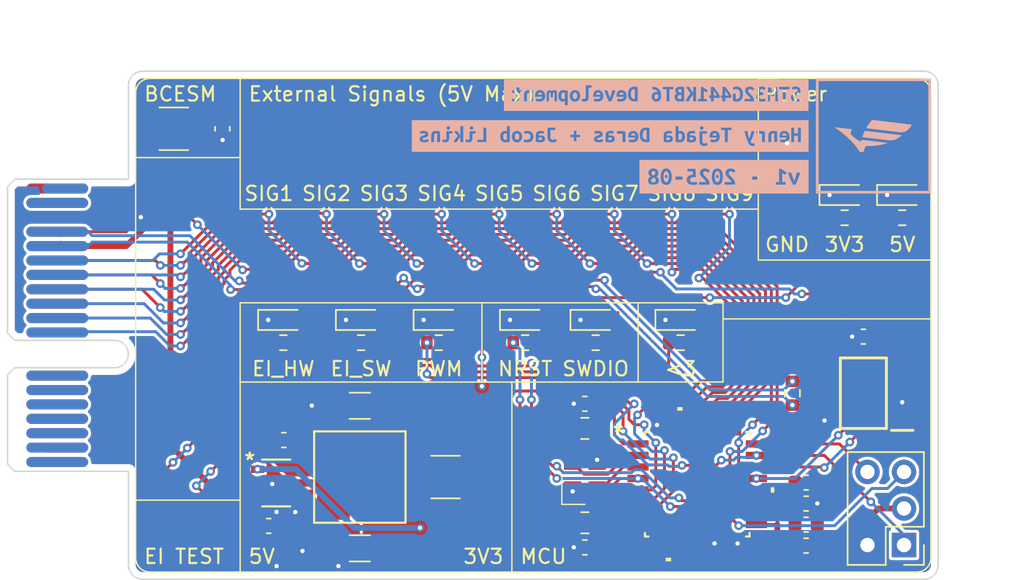
<source format=kicad_pcb>
(kicad_pcb (version 20241229) (generator "pcbnew") (generator_version "9.0")
  (title_block (title "STM32G441KBT6 Development Board - Rounded Corners") (date "2025-08-20") (rev "1") (comment 1 "Hardware: Henry Tejada Deras; Firmware: Jacob Likins"))
  (layers (0 "F.Cu" signal) (2 "B.Cu" signal) (13 "F.Paste" user) (15 "B.Paste" user) (5 "F.SilkS" user "F.Silkscreen") (7 "B.SilkS" user "B.Silkscreen") (1 "F.Mask" user) (3 "B.Mask" user) (25 "Edge.Cuts" user))
  (net 0 "")
  (net 1 "/INTERRUPT_TEST_HW")
  (net 2 "+3V3")
  (net 3 "GND")
  (net 4 "/SWDIO")
  (net 5 "/SWCLK")
  (net 6 "/NRST")
  (net 7 "Net-(U3-SW)")
  (net 8 "/INTERRUPT_TEST_SW")
  (net 9 "/CAN_RX")
  (net 10 "/PWM_TEST")
  (net 12 "/EXTERNAL_SIGNAL_2")
  (net 14 "/EXTERNAL_SIGNAL_4")
  (net 17 "/EXTERNAL_SIGNAL_3")
  (net 18 "/EXTERNAL_SIGNAL_8")
  (net 19 "/EXTERNAL_SIGNAL_9")
  (net 20 "Net-(U1-PF0-OSC_IN)")
  (net 22 "/EXTERNAL_SIGNAL_1")
  (net 23 "/CAN_TX")
  (net 24 "Net-(U1-PF1-OSC_OUT)")
  (net 25 "/EXTERNAL_SIGNAL_7")
  (net 26 "/EXTERNAL_SIGNAL_6")
  (net 28 "/EXTERNAL_SIGNAL_5")
  (net 29 "/CAN_+")
  (net 30 "/CAN_-")
  (net 32 "+5V")
  (net 33 "Net-(U3-BST)")
  (net 34 "Net-(D1-A)")
  (net 35 "Net-(D2-A)")
  (net 36 "Net-(D3-A)")
  (net 37 "Net-(D4-A)")
  (net 38 "Net-(D5-A)")
  (net 39 "Net-(D6-A)")
  (net 40 "Net-(D7-A)")
  (net 41 "Net-(D8-A)")
  (net 63 "/HEARTBEAT")
  (net 65 "Net-(U3-FB)")
  (net 66 "Net-(J1-5V)")
  (footprint "OEM:R_0603" (layer "F.Cu") (at 163.49 84.79 90)
    (property "Reference" "R1" (hide yes))
    (property "Value" "R_120" (hide yes))
  )
  (footprint "OEM:Test_Point_SMD" (layer "F.Cu") (at 151.12 67.42 90)
    (property "Reference" "TP9" (hide yes))
    (property "Value" "EXT_SIG_7")
  )
  (footprint "OEM:pcie_x1" (layer "F.Cu") (at 112.41 70.57 -90)
    (property "Reference" "J1" (hide yes))
    (property "Value" "CONN_pcie_x1")
    (fp_line (start -0.15 3.45) (end 10.05 3.45) (stroke (width 0.1)) (layer "Edge.Cuts"))
    (fp_line (start 12.95 3.45) (end 19.15 3.45) (stroke (width 0.1)) (layer "Edge.Cuts"))
    (fp_line (start -0.65 2.95) (end -0.15 3.45) (stroke (width 0.1)) (layer "Edge.Cuts"))
    (fp_line (start 10.55 2.95) (end 10.05 3.45) (stroke (width 0.1)) (layer "Edge.Cuts"))
    (fp_line (start 12.45 2.95) (end 12.95 3.45) (stroke (width 0.1)) (layer "Edge.Cuts"))
    (fp_line (start 19.65 2.95) (end 19.15 3.45) (stroke (width 0.1)) (layer "Edge.Cuts"))
    (fp_line (start 10.55 -4) (end 10.55 2.95) (stroke (width 0.1)) (layer "Edge.Cuts"))
    (fp_line (start 12.45 -4) (end 12.45 2.95) (stroke (width 0.1)) (layer "Edge.Cuts"))
    (fp_line (start -0.65 -4.95) (end -0.65 2.95) (stroke (width 0.1)) (layer "Edge.Cuts"))
    (fp_line (start 19.65 -4.95) (end 19.65 2.95) (stroke (width 0.1)) (layer "Edge.Cuts"))
    (fp_arc (start 10.55 -4) (mid 11.5 -4.95) (end 12.45 -4) (stroke (width 0.1)) (layer "Edge.Cuts"))
  )
  (footprint "OEM:R_0603" (layer "F.Cu") (at 167.12 72.6)
    (property "Reference" "R2" (hide yes))
    (property "Value" "R_1K" (hide yes))
  )
  (footprint "OEM:C_0603" (layer "F.Cu") (at 164.445 92.46)
    (property "Reference" "C5" (hide yes))
    (property "Value" "C_0.1uF" (hide yes))
  )
  (footprint "OEM:C_0603" (layer "F.Cu") (at 123.89 66.42 -90)
    (property "Reference" "C12" (hide yes))
    (property "Value" "C_10uF" (hide yes))
  )
  (footprint "OEM:R_0603" (layer "F.Cu") (at 128.12 81.28)
    (property "Reference" "R7" (hide yes))
    (property "Value" "R_1K" (hide yes))
  )
  (footprint "OEM:Test_Point_SMD" (layer "F.Cu") (at 135.12 67.42 90)
    (property "Reference" "TP5" (hide yes))
    (property "Value" "EXT_SIG_3")
  )
  (footprint "OEM:Crystal_TXC7M" (layer "F.Cu") (at 149.0707 90.515 90)
    (property "Reference" "Y1" (hide yes))
    (property "Value" "X_Crystal_16MHz_18pF" (hide yes))
  )
  (footprint "OEM:Fuse_1210" (layer "F.Cu") (at 139.3876 90.618)
    (property "Reference" "F2" (hide yes))
    (property "Value" "F_500mA_16V" (hide yes))
  )
  (footprint "OEM:R_0603" (layer "F.Cu") (at 138.92 81.28)
    (property "Reference" "R9" (hide yes))
    (property "Value" "R_1K" (hide yes))
  )
  (footprint "Capacitor_SMD:C_0805_2012Metric" (layer "F.Cu") (at 149.0707 87.235)
    (property "Reference" "C13" (hide yes))
    (property "Value" "C_18pF")
  )
  (footprint "OEM:Test_Point_SMD" (layer "F.Cu") (at 171.12 67.42 90)
    (property "Reference" "TP2" (hide yes))
    (property "Value" "5V")
  )
  (footprint "stm32g441kbt6:Programming_Pin_Header_Keyed" (layer "F.Cu") (at 171.245 95.34 180)
    (property "Reference" "J2" (hide yes))
    (property "Value" "Programming_Pin_Header")
  )
  (footprint "OEM:C_0603" (layer "F.Cu") (at 164.445 95.38)
    (property "Reference" "C4" (hide yes))
    (property "Value" "C_1uF" (hide yes))
  )
  (footprint "OEM:Test_Point_SMD" (layer "F.Cu") (at 131.12 67.42 90)
    (property "Reference" "TP4" (hide yes))
    (property "Value" "EXT_SIG_2")
  )
  (footprint "OEM:Test_Point_SMD" (layer "F.Cu") (at 159.12 67.42 -90)
    (property "Reference" "TP11" (hide yes))
    (property "Value" "EXT_SIG_9")
  )
  (footprint "OEM:Fuse_1210" (layer "F.Cu") (at 120.51 66.42 180)
    (property "Reference" "F1" (hide yes))
    (property "Value" "F_500mA_16V" (hide yes))
  )
  (footprint "OEM:CHIPLED_0805" (layer "F.Cu") (at 167.12 71.02)
    (property "Reference" "D1" (hide yes))
    (property "Value" "3V3 POWER" (hide yes))
  )
  (footprint "OEM:CHIPLED_0805" (layer "F.Cu") (at 133.52 79.7)
    (property "Reference" "D7" (hide yes))
    (property "Value" "INTERRUPT_TEST_SW" (hide yes))
  )
  (footprint "OEM:R_0603" (layer "F.Cu") (at 155.72 81.28)
    (property "Reference" "R4" (hide yes))
    (property "Value" "R_1K" (hide yes))
  )
  (footprint "Capacitor_SMD:C_1206_3216Metric" (layer "F.Cu") (at 133.4356 85.666 180)
    (property "Reference" "C10" (hide yes))
    (property "Value" "C_22uF")
  )
  (footprint "OEM:C_0603" (layer "F.Cu") (at 149.0707 95.505 180)
    (property "Reference" "C2" (hide yes))
    (property "Value" "C_0.1uF" (hide yes))
  )
  (footprint "OEM:CHIPLED_0805" (layer "F.Cu") (at 138.92 79.7)
    (property "Reference" "D8" (hide yes))
    (property "Value" "PWM_TEST" (hide yes))
  )
  (footprint "OEM:CHIPLED_0805" (layer "F.Cu") (at 149.82 79.7)
    (property "Reference" "D5" (hide yes))
    (property "Value" "SWDIO" (hide yes))
  )
  (footprint "stm32g441kbt6:AP63203WU-7_DIO" (layer "F.Cu") (at 127.627 91.0286)
    (property "Reference" "U3" (hide yes))
    (property "Value" "AP63203WU-7")
  )
  (footprint "OEM:Test_Point_SMD" (layer "F.Cu") (at 163.12 67.42 90)
    (property "Reference" "TP12" (hide yes))
    (property "Value" "GND")
  )
  (footprint "OEM:R_0603" (layer "F.Cu") (at 149.82 81.28)
    (property "Reference" "R6" (hide yes))
    (property "Value" "R_1K" (hide yes))
  )
  (footprint "OEM:CHIPLED_0805" (layer "F.Cu") (at 128.12 79.7)
    (property "Reference" "D6" (hide yes))
    (property "Value" "INTERRUPT_TEST_HW" (hide yes))
  )
  (footprint "OEM:Test_Point_SMD" (layer "F.Cu") (at 143.12 67.42 90)
    (property "Reference" "TP7" (hide yes))
    (property "Value" "EXT_SIG_5")
  )
  (footprint "OEM:C_0603" (layer "F.Cu") (at 149.0707 85.525 180)
    (property "Reference" "C6" (hide yes))
    (property "Value" "C_0.1uF" (hide yes))
  )
  (footprint "OEM:C_0603" (layer "F.Cu") (at 168.42 80.86)
    (property "Reference" "C1" (hide yes))
    (property "Value" "C_0.1uF" (hide yes))
  )
  (footprint "OEM:CHIPLED_0805" (layer "F.Cu") (at 144.92 79.7)
    (property "Reference" "D4" (hide yes))
    (property "Value" "NRST" (hide yes))
  )
  (footprint "OEM:Test_Point_SMD" (layer "F.Cu") (at 127.12 67.42 90)
    (property "Reference" "TP3" (hide yes))
    (property "Value" "EXT_SIG_1")
  )
  (footprint "OEM:R_0603" (layer "F.Cu") (at 144.92 81.28)
    (property "Reference" "R5" (hide yes))
    (property "Value" "R_1K" (hide yes))
  )
  (footprint "Capacitor_SMD:C_1206_3216Metric" (layer "F.Cu") (at 133.4356 95.57 180)
    (property "Reference" "C9" (hide yes))
    (property "Value" "C_22uF")
  )
  (footprint "stm32g441kbt6:STM32G441KBT6" (layer "F.Cu") (at 156.8761 91.115)
    (property "Reference" "U1" (hide yes))
    (property "Value" "STM32G441KBT6")
  )
  (footprint "OEM:CHIPLED_0805" (layer "F.Cu") (at 171.12 71.02)
    (property "Reference" "D2" (hide yes))
    (property "Value" "5V POWER" (hide yes))
  )
  (footprint "OEM:Test_Point_SMD" (layer "F.Cu") (at 147.12 67.42 90)
    (property "Reference" "TP8" (hide yes))
    (property "Value" "EXT_SIG_6")
  )
  (footprint "OEM:R_0603" (layer "F.Cu") (at 171.12 72.6)
    (property "Reference" "R3" (hide yes))
    (property "Value" "R_1K" (hide yes))
  )
  (footprint "Capacitor_SMD:C_0805_2012Metric" (layer "F.Cu") (at 149.0707 93.795 180)
    (property "Reference" "C14" (hide yes))
    (property "Value" "C_18pF")
  )
  (footprint "OEM:C_0603" (layer "F.Cu") (at 164.445 91)
    (property "Reference" "C7" (hide yes))
    (property "Value" "C_4.7uF" (hide yes))
  )
  (footprint "OEM:Test_Point_SMD" (layer "F.Cu") (at 155.12 67.42 90)
    (property "Reference" "TP10" (hide yes))
    (property "Value" "EXT_SIG_8")
  )
  (footprint "stm32g441kbt6:SOIC127P600X175-8N" (layer "F.Cu") (at 168.42 84.79 180)
    (property "Reference" "U2" (hide yes))
    (property "Value" "MCP2561-E_SN" (hide yes))
  )
  (footprint "OEM:SW_B3U-1000P_4.2x1.7mm" (layer "F.Cu") (at 119.79 93.72)
    (property "Reference" "SW1" (hide yes))
    (property "Value" "INTERRUPT TEST SWITCH")
  )
  (footprint "OEM:CHIPLED_0805" (layer "F.Cu") (at 155.72 79.7)
    (property "Reference" "D3" (hide yes))
    (property "Value" "HEARTBEAT" (hide yes))
  )
  (footprint "OEM:Test_Point_SMD" (layer "F.Cu") (at 139.12 67.42 90)
    (property "Reference" "TP6" (hide yes))
    (property "Value" "EXT_SIG_4")
  )
  (footprint "stm32g441kbt6:IND_BOURNS_SRR5018" (layer "F.Cu") (at 133.4356 90.618)
    (property "Reference" "L1" (hide yes))
    (property "Value" "L_3.9uH")
  )
  (footprint "OEM:C_0603" (layer "F.Cu") (at 164.445 93.92)
    (property "Reference" "C3" (hide yes))
    (property "Value" "C_10nF" (hide yes))
  )
  (footprint "OEM:Test_Point_SMD" (layer "F.Cu") (at 167.12 67.42 90)
    (property "Reference" "TP1" (hide yes))
    (property "Value" "3V3")
  )
  (footprint "OEM:R_0603" (layer "F.Cu") (at 133.52 81.28)
    (property "Reference" "R8" (hide yes))
    (property "Value" "R_1K" (hide yes))
  )
  (footprint "OEM:C_0603" (layer "F.Cu") (at 128.1536 88.046)
    (property "Reference" "C11" (hide yes))
    (property "Value" "C_0.1uF" (hide yes))
  )
  (footprint "OEM:C_0603" (layer "F.Cu") (at 127.1 94.0112)
    (property "Reference" "C8" (hide yes))
    (property "Value" "C_10uF" (hide yes))
  )
  (footprint "kibuzzard-68A62DAB" (layer "B.Cu") (at 154.03 64.08665 180)
    (property "Reference" "kibuzzard-68A62DAB" (hide yes))
    (property "Value" "G***" (hide yes))
  )
  (footprint "kibuzzard-68A62E54" (layer "B.Cu") (at 158.74 69.75 180)
    (property "Reference" "kibuzzard-68A62E54" (hide yes))
    (property "Value" "G***" (hide yes))
  )
  (footprint "OEM:OEM_Logo_8mm" (layer "B.Cu") (at 169.12 66.92 180)
    (property "Reference" "REF**" (hide yes))
    (property "Value" "OEM_Logo_8mm")
  )
  (footprint "kibuzzard-68A62DD1" (layer "B.Cu") (at 150.83 66.92 180)
    (property "Reference" "kibuzzard-68A62DD1" (hide yes))
    (property "Value" "G***" (hide yes))
  )
  (gr_arc (start 117.86 63.92) (mid 118.152893 63.212893) (end 118.86 62.92) (stroke (width 0.1)) (layer "F.SilkS"))
  (gr_line (start 166.94 79.63) (end 173.1 79.63) (stroke (width 0.1)) (layer "F.SilkS"))
  (gr_arc (start 173.12 96.22) (mid 172.827107 96.927107) (end 172.12 97.22) (stroke (width 0.1)) (layer "F.SilkS"))
  (gr_line (start 161.12 71.71) (end 161.12 75.535) (stroke (width 0.1)) (layer "F.SilkS"))
  (gr_line (start 171.86 75.54) (end 164.18 75.54) (stroke (width 0.1)) (layer "F.SilkS"))
  (gr_line (start 158.67 78.85) (end 158.67 84.01) (stroke (width 0.1)) (layer "F.SilkS"))
  (gr_line (start 161.12 62.92) (end 161.12 71.71) (stroke (width 0.1)) (layer "F.SilkS"))
  (gr_line (start 135.7356 84.016) (end 125.12 84.016) (stroke (width 0.1)) (layer "F.SilkS"))
  (gr_line (start 141.92 78.51) (end 141.92 84.016) (stroke (width 0.1)) (layer "F.SilkS"))
  (gr_line (start 144 97.22) (end 144 84.016) (stroke (width 0.1)) (layer "F.SilkS"))
  (gr_line (start 161.83 62.92) (end 162.48 62.92) (stroke (width 0.1)) (layer "F.SilkS"))
  (gr_line (start 125.12 84.016) (end 125.12 97.22) (stroke (width 0.1)) (layer "F.SilkS"))
  (gr_line (start 152.77 78.51) (end 152.77 84.01) (stroke (width 0.1)) (layer "F.SilkS"))
  (gr_line (start 164.17 75.54) (end 161.12 75.54) (stroke (width 0.1)) (layer "F.SilkS"))
  (gr_line (start 118.86 62.92) (end 172.12 62.92) (stroke (width 0.1)) (layer "F.SilkS"))
  (gr_line (start 125.12 84.016) (end 125.12 78.51) (stroke (width 0.1)) (layer "F.SilkS"))
  (gr_line (start 144 84.016) (end 158.67 84.01) (stroke (width 0.1)) (layer "F.SilkS"))
  (gr_line (start 135.7356 84.016) (end 142.0376 84.016) (stroke (width 0.1)) (layer "F.SilkS"))
  (gr_line (start 166.94 79.63) (end 158.7 79.63) (stroke (width 0.1)) (layer "F.SilkS"))
  (gr_line (start 158.67 78.85) (end 158.67 78.51) (stroke (width 0.1)) (layer "F.SilkS"))
  (gr_arc (start 118.86 97.22) (mid 118.152893 96.927107) (end 117.86 96.22) (stroke (width 0.1)) (layer "F.SilkS"))
  (gr_line (start 142.98 78.51) (end 158 78.51) (stroke (width 0.1)) (layer "F.SilkS"))
  (gr_line (start 125.12 72) (end 161.12 72) (stroke (width 0.1)) (layer "F.SilkS"))
  (gr_arc (start 172.12 62.92) (mid 172.827107 63.212893) (end 173.12 63.92) (stroke (width 0.1)) (layer "F.SilkS"))
  (gr_line (start 125.12 62.92) (end 125.12 72) (stroke (width 0.1)) (layer "F.SilkS"))
  (gr_line (start 125.12 78.51) (end 142.98 78.51) (stroke (width 0.1)) (layer "F.SilkS"))
  (gr_line (start 143.9976 84.016) (end 142.0376 84.016) (stroke (width 0.1)) (layer "F.SilkS"))
  (gr_line (start 172.12 97.22) (end 118.86 97.22) (stroke (width 0.1)) (layer "F.SilkS"))
  (gr_line (start 173.12 63.92) (end 173.12 96.22) (stroke (width 0.1)) (layer "F.SilkS"))
  (gr_line (start 117.86 96.22) (end 117.86 63.92) (stroke (width 0.1)) (layer "F.SilkS"))
  (gr_line (start 158 78.51) (end 158.67 78.51) (stroke (width 0.1)) (layer "F.SilkS"))
  (gr_line (start 171.86 75.54) (end 173.12 75.54) (stroke (width 0.1)) (layer "F.SilkS"))
  (gr_line (start 125.1 92.22) (end 117.9 92.22) (stroke (width 0.1)) (layer "F.SilkS"))
  (gr_line (start 117.875 68.42) (end 125.1 68.42) (stroke (width 0.1)) (layer "F.SilkS"))
  (gr_line (start 161.83 62.92) (end 161.12 62.92) (stroke (width 0.1)) (layer "F.SilkS"))
  (gr_line (start 172.62 97.72) (end 161.62 97.72) (stroke (width 0.1)) (layer "Edge.Cuts"))
  (gr_arc (start 118.36 97.72) (mid 117.652893 97.427107) (end 117.36 96.72) (stroke (width 0.1)) (layer "Edge.Cuts"))
  (gr_arc (start 173.62 96.72) (mid 173.327107 97.427107) (end 172.62 97.72) (stroke (width 0.1)) (layer "Edge.Cuts"))
  (gr_line (start 161.62 62.42) (end 172.62 62.42) (stroke (width 0.1)) (layer "Edge.Cuts"))
  (gr_line (start 117.36 69.92) (end 117.36 63.42) (stroke (width 0.1)) (layer "Edge.Cuts"))
  (gr_line (start 118.36 62.42) (end 161.62 62.42) (stroke (width 0.1)) (layer "Edge.Cuts"))
  (gr_line (start 118.36 97.72) (end 161.62 97.72) (stroke (width 0.1)) (layer "Edge.Cuts"))
  (gr_line (start 117.36 90.22) (end 117.36 96.72) (stroke (width 0.1)) (layer "Edge.Cuts"))
  (gr_line (start 173.62 96.72) (end 173.62 63.42) (stroke (width 0.1)) (layer "Edge.Cuts"))
  (gr_arc (start 117.36 63.42) (mid 117.652893 62.712893) (end 118.36 62.42) (stroke (width 0.1)) (layer "Edge.Cuts"))
  (gr_arc (start 172.62 62.42) (mid 173.327107 62.712893) (end 173.62 63.42) (stroke (width 0.1)) (layer "Edge.Cuts"))
  (gr_text "5V" (at 171.12 74.46 0) (layer "F.SilkS") (effects (font (size 1 1))))
  (gr_text "Power" (at 161.37 63.42 0) (layer "F.SilkS") (effects (font (size 1 1)) (justify left top)))
  (gr_text "SIG8" (at 155.12 70.92 0) (layer "F.SilkS") (effects (font (size 1 1))))
  (gr_text "External Signals (5V Max)" (at 125.62 63.42 0) (layer "F.SilkS") (effects (font (size 1 1)) (justify left top)))
  (gr_text "GND" (at 163.12 74.46 0) (layer "F.SilkS") (effects (font (size 1 1))))
  (gr_text "5V" (at 125.62 96.72 0) (layer "F.SilkS") (effects (font (size 1 1)) (justify left bottom)))
  (gr_text "SIG1" (at 127.12 70.92 0) (layer "F.SilkS") (effects (font (size 1 1))))
  (gr_text "BCESM" (at 118.36 63.42 0) (layer "F.SilkS") (effects (font (size 1 1)) (justify left top)))
  (gr_text "SIG4" (at 139.12 70.92 0) (layer "F.SilkS") (effects (font (size 1 1))))
  (gr_text "MCU" (at 144.5 96.72 0) (layer "F.SilkS") (effects (font (size 1 1)) (justify left bottom)))
  (gr_text "SIG6" (at 147.12 70.92 0) (layer "F.SilkS") (effects (font (size 1 1))))
  (gr_text "3V3" (at 143.5 96.72 0) (layer "F.SilkS") (effects (font (size 1 1)) (justify right bottom)))
  (gr_text "NRST" (at 144.92 82.51 0) (layer "F.SilkS") (effects (font (size 1 1)) (justify top)))
  (gr_text "SIG9" (at 159.12 70.92 0) (layer "F.SilkS") (effects (font (size 1 1))))
  (gr_text "3V3" (at 167.12 74.46 0) (layer "F.SilkS") (effects (font (size 1 1))))
  (gr_text "SIG7" (at 151.12 70.92 0) (layer "F.SilkS") (effects (font (size 1 1))))
  (gr_text "SIG3" (at 135.12 70.92 0) (layer "F.SilkS") (effects (font (size 1 1))))
  (gr_text "PWM" (at 138.92 82.51 0) (layer "F.SilkS") (effects (font (size 1 1)) (justify top)))
  (gr_text "EI_SW" (at 133.52 82.51 0) (layer "F.SilkS") (effects (font (size 1 1)) (justify top)))
  (gr_text "EI TEST" (at 118.36 96.72 0) (layer "F.SilkS") (effects (font (size 1 1)) (justify left bottom)))
  (gr_text "SIG5" (at 143.12 70.92 0) (layer "F.SilkS") (effects (font (size 1 1))))
  (gr_text "EI_HW" (at 128.12 82.51 0) (layer "F.SilkS") (effects (font (size 1 1)) (justify top)))
  (gr_text "<3" (at 155.72 82.51 0) (layer "F.SilkS") (effects (font (size 1 1)) (justify top)))
  (gr_text "SIG2" (at 131.12 70.92 0) (layer "F.SilkS") (effects (font (size 1 1))))
  (gr_text "SWDIO" (at 149.82 82.51 0) (layer "F.SilkS") (effects (font (size 1 1)) (justify top)))
  (segment (start 153.997902 91.218197) (end 153.997902 88.236802) (width 0.2032) (layer "F.Cu") (net 1))
  (segment (start 124.6926 82.8574) (end 124.05 83.5) (width 0.2032) (layer "F.Cu") (net 1))
  (segment (start 124.05 83.5) (end 124.05 89.25) (width 0.2032) (layer "F.Cu") (net 1))
  (segment (start 152.128598 86.598598) (end 152.128598 86.008898) (width 0.2032) (layer "F.Cu") (net 1))
  (segment (start 124.05 89.25) (end 123.072238 90.227762) (width 0.2032) (layer "F.Cu") (net 1))
  (segment (start 153.7011 91.514999) (end 153.997902 91.218197) (width 0.2032) (layer "F.Cu") (net 1))
  (segment (start 128.8724 82.8574) (end 127.295 81.28) (width 0.2032) (layer "F.Cu") (net 1))
  (segment (start 152.128598 86.008898) (end 149.4255 83.3058) (width 0.2032) (layer "F.Cu") (net 1))
  (segment (start 149.4255 83.3058) (end 138.798006 83.3058) (width 0.2032) (layer "F.Cu") (net 1))
  (segment (start 153.19 86.98) (end 152.51 86.98) (width 0.2032) (layer "F.Cu") (net 1))
  (segment (start 123.19 92.334476) (end 123.19 93.72) (width 0.2032) (layer "F.Cu") (net 1))
  (segment (start 128.8724 82.8574) (end 124.6926 82.8574) (width 0.2032) (layer "F.Cu") (net 1))
  (segment (start 152.51 86.98) (end 152.128598 86.598598) (width 0.2032) (layer "F.Cu") (net 1))
  (segment (start 122.077762 91.222238) (end 123.19 92.334476) (width 0.2032) (layer "F.Cu") (net 1))
  (segment (start 138.349606 82.8574) (end 128.8724 82.8574) (width 0.2032) (layer "F.Cu") (net 1))
  (segment (start 152.7613 91.514999) (end 153.7011 91.514999) (width 0.2032) (layer "F.Cu") (net 1))
  (segment (start 138.798006 83.3058) (end 138.349606 82.8574) (width 0.2032) (layer "F.Cu") (net 1))
  (via (at 153.997902 88.236802) (size 0.6) (drill 0.3) (layers "F.Cu" "B.Cu") (net 1))
  (via (at 122.077762 91.222238) (size 0.6) (drill 0.3) (layers "F.Cu" "B.Cu") (net 1))
  (via (at 123.072238 90.227762) (size 0.6) (drill 0.3) (layers "F.Cu" "B.Cu") (net 1))
  (via (at 153.19 86.98) (size 0.6) (drill 0.3) (layers "F.Cu" "B.Cu") (net 1))
  (segment (start 153.19 87.4289) (end 153.19 86.98) (width 0.2032) (layer "B.Cu") (net 1))
  (segment (start 123.072238 90.227762) (end 122.077762 91.222238) (width 0.2032) (layer "B.Cu") (net 1))
  (segment (start 153.997902 88.236802) (end 153.19 87.4289) (width 0.2032) (layer "B.Cu") (net 1))
  (segment (start 121.447238 88.602762) (end 123.6458 86.4042) (width 0.2032) (layer "F.Cu") (net 2))
  (segment (start 151.755136 88.315001) (end 151.121798 87.681663) (width 0.2032) (layer "F.Cu") (net 2))
  (segment (start 141.34 96.76) (end 159.45 96.76) (width 0.4064) (layer "F.Cu") (net 2))
  (segment (start 119.79 90.26) (end 119.79 93.72) (width 0.2032) (layer "F.Cu") (net 2))
  (segment (start 159.45 96.76) (end 161.55 96.76) (width 0.4064) (layer "F.Cu") (net 2))
  (segment (start 169.471293 92.8) (end 167.4508 94.820493) (width 0.4064) (layer "F.Cu") (net 2))
  (segment (start 167.12 67.42) (end 167.12 73.45) (width 0.2032) (layer "F.Cu") (net 2))
  (segment (start 166.28 96.76) (end 161.55 96.76) (width 0.4064) (layer "F.Cu") (net 2))
  (segment (start 141.92 82.3) (end 141.92 78.18) (width 0.2032) (layer "F.Cu") (net 2))
  (segment (start 123.6458 79.5042) (end 125 78.15) (width 0.2032) (layer "F.Cu") (net 2))
  (segment (start 141.95 78.15) (end 150.6 78.15) (width 0.2032) (layer "F.Cu") (net 2))
  (segment (start 120.452762 89.597238) (end 119.79 90.26) (width 0.2032) (layer "F.Cu") (net 2))
  (segment (start 123.6458 86.4042) (end 123.6458 79.5042) (width 0.2032) (layer "F.Cu") (net 2))
  (segment (start 163.67 95.38) (end 162.93 95.38) (width 0.2032) (layer "F.Cu") (net 2))
  (segment (start 166.295 72.6) (end 166.295 72.625) (width 0.2) (layer "F.Cu") (net 2))
  (segment (start 141.7584 84.3116) (end 141.92 84.3116) (width 0.2032) (layer "F.Cu") (net 2))
  (segment (start 162.93 95.38) (end 162.44 95.87) (width 0.2032) (layer "F.Cu") (net 2))
  (segment (start 150.305 85.525) (end 149.8457 85.525) (width 0.2032) (layer "F.Cu") (net 2))
  (segment (start 141.92 78.18) (end 141.95 78.15) (width 0.2032) (layer "F.Cu") (net 2))
  (segment (start 163.0316 78.15) (end 165.1766 76.005) (width 0.2032) (layer "F.Cu") (net 2))
  (segment (start 162.44 93.69) (end 163.67 92.46) (width 0.2032) (layer "F.Cu") (net 2))
  (segment (start 125 78.15) (end 141.95 78.15) (width 0.2032) (layer "F.Cu") (net 2))
  (segment (start 150.6 78.15) (end 157.75 78.15) (width 0.2032) (layer "F.Cu") (net 2))
  (segment (start 149.8457 85.525) (end 148.9607 84.64) (width 0.2032) (layer "F.Cu") (net 2))
  (segment (start 162.44 93.914999) (end 160.9909 93.914999) (width 0.2032) (layer "F.Cu") (net 2))
  (segment (start 165.1766 76.005) (end 166.295 76.005) (width 0.2032) (layer "F.Cu") (net 2))
  (segment (start 158.876099 96.186099) (end 159.45 96.76) (width 0.2032) (layer "F.Cu") (net 2))
  (segment (start 163.67 91) (end 163.67 92.46) (width 0.2032) (layer "F.Cu") (net 2))
  (segment (start 151.121798 86.341798) (end 150.305 85.525) (width 0.2032) (layer "F.Cu") (net 2))
  (segment (start 171.245 92.8) (end 169.471293 92.8) (width 0.4064) (layer "F.Cu") (net 2))
  (segment (start 167.4508 95.5892) (end 166.28 96.76) (width 0.4064) (layer "F.Cu") (net 2))
  (segment (start 162.44 93.914999) (end 162.44 93.69) (width 0.2032) (layer "F.Cu") (net 2))
  (segment (start 167.12 73.45) (end 167.12 75.18) (width 0.2032) (layer "F.Cu") (net 2))
  (segment (start 167.4508 94.820493) (end 167.4508 95.5892) (width 0.4064) (layer "F.Cu") (net 2))
  (segment (start 163.67 93.92) (end 163.67 95.38) (width 0.2032) (layer "F.Cu") (net 2))
  (segment (start 151.121798 87.681663) (end 151.121798 86.341798) (width 0.2032) (layer "F.Cu") (net 2))
  (segment (start 152.7613 88.315001) (end 151.755136 88.315001) (width 0.2032) (layer "F.Cu") (net 2))
  (segment (start 161.55 96.76) (end 162.44 95.87) (width 0.4064) (layer "F.Cu") (net 2))
  (segment (start 158.876099 95.2298) (end 158.876099 96.186099) (width 0.2032) (layer "F.Cu") (net 2))
  (segment (start 167.12 75.18) (end 166.295 76.005) (width 0.2032) (layer "F.Cu") (net 2))
  (segment (start 166.295 72.625) (end 167.12 73.45) (width 0.2) (layer "F.Cu") (net 2))
  (segment (start 148.9607 84.64) (end 141.43 84.64) (width 0.2032) (layer "F.Cu") (net 2))
  (segment (start 162.44 95.87) (end 162.44 93.914999) (width 0.4064) (layer "F.Cu") (net 2))
  (via (at 121.447238 88.602762) (size 0.6) (drill 0.3) (layers "F.Cu" "B.Cu") (net 2))
  (via (at 120.452762 89.597238) (size 0.6) (drill 0.3) (layers "F.Cu" "B.Cu") (net 2))
  (via (at 157.75 78.15) (size 0.6) (drill 0.3) (layers "F.Cu" "B.Cu") (net 2))
  (via (at 141.92 82.3) (size 0.6) (drill 0.3) (layers "F.Cu" "B.Cu") (net 2))
  (via (at 141.92 84.3116) (size 0.6) (drill 0.3) (layers "F.Cu" "B.Cu") (net 2))
  (via (at 163.0316 78.15) (size 0.6) (drill 0.3) (layers "F.Cu" "B.Cu") (net 2))
  (segment (start 157.75 78.15) (end 163.0316 78.15) (width 0.2032) (layer "B.Cu") (net 2))
  (segment (start 121.447238 88.602762) (end 120.452762 89.597238) (width 0.2032) (layer "B.Cu") (net 2))
  (segment (start 141.92 84.3116) (end 141.92 82.3) (width 0.2032) (layer "B.Cu") (net 2))
  (segment (start 148.2957 85.525) (end 148.2957 85.5243) (width 0.2032) (layer "F.Cu") (net 3))
  (segment (start 158.0798 95.2298) (end 158.08 95.23) (width 0.2032) (layer "F.Cu") (net 3))
  (segment (start 123.89 67.195) (end 123.895 67.195) (width 0.4064) (layer "F.Cu") (net 3))
  (segment (start 150.0207 89.315) (end 149.9207 89.415) (width 0.2032) (layer "F.Cu") (net 3))
  (segment (start 158.0761 95.2298) (end 158.0798 95.2298) (width 0.2032) (layer "F.Cu") (net 3))
  (segment (start 148.2957 95.505) (end 148.2957 95.5043) (width 0.2032) (layer "F.Cu") (net 3))
  (segment (start 171.12 85.425) (end 171.12 85.42) (width 0.2032) (layer "F.Cu") (net 3))
  (segment (start 148.1207 91.715) (end 148.2207 91.615) (width 0.2032) (layer "F.Cu") (net 3))
  (segment (start 148.1207 93.795) (end 148.1207 91.715) (width 0.2032) (layer "F.Cu") (net 3))
  (segment (start 165.72 86.695) (end 165.72 86.69) (width 0.2032) (layer "F.Cu") (net 3))
  (segment (start 148.2957 85.5243) (end 148.3 85.52) (width 0.2032) (layer "F.Cu") (net 3))
  (segment (start 165.22 95.38) (end 165.22 92.45) (width 0.2032) (layer "F.Cu") (net 3))
  (segment (start 159.676099 95.2298) (end 159.6798 95.2298) (width 0.2032) (layer "F.Cu") (net 3))
  (segment (start 150.0207 87.235) (end 150.0207 89.315) (width 0.2032) (layer "F.Cu") (net 3))
  (segment (start 154.0798 87.0002) (end 154.08 87) (width 0.2032) (layer "F.Cu") (net 3))
  (segment (start 159.6798 95.2298) (end 159.68 95.23) (width 0.2032) (layer "F.Cu") (net 3))
  (segment (start 148.2957 95.5043) (end 148.3 95.5) (width 0.2032) (layer "F.Cu") (net 3))
  (segment (start 165.22 92.45) (end 165.22 91) (width 0.2032) (layer "F.Cu") (net 3))
  (segment (start 165.22 92.46) (end 165.22 92.45) (width 0.2032) (layer "F.Cu") (net 3))
  (segment (start 117.210524 73.57) (end 118.218662 72.561862) (width 0.2032) (layer "F.Cu") (net 3))
  (segment (start 123.895 67.195) (end 123.9 67.2) (width 0.4064) (layer "F.Cu") (net 3))
  (segment (start 154.076101 87.0002) (end 154.0798 87.0002) (width 0.2032) (layer "F.Cu") (net 3))
  (segment (start 112.41 73.57) (end 117.210524 73.57) (width 0.2032) (layer "F.Cu") (net 3))
  (segment (start 167.645 80.86) (end 167.64 80.86) (width 0.2032) (layer "F.Cu") (net 3))
  (via (at 165.22 92.45) (size 0.6) (drill 0.3) (layers "F.Cu" "B.Cu") (net 3))
  (via (at 158.08 95.23) (size 0.6) (drill 0.3) (layers "F.Cu" "B.Cu") (net 3))
  (via (at 167.64 80.86) (size 0.6) (drill 0.3) (layers "F.Cu" "B.Cu") (net 3))
  (via (at 170.07 71.02) (size 0.6) (drill 0.3) (layers "F.Cu" "B.Cu") (net 3))
  (via (at 148.3 95.5) (size 0.6) (drill 0.3) (layers "F.Cu" "B.Cu") (net 3))
  (via (at 166.07 71.02) (size 0.6) (drill 0.3) (layers "F.Cu" "B.Cu") (net 3))
  (via (at 143.87 79.7) (size 0.6) (drill 0.3) (layers "F.Cu" "B.Cu") (net 3))
  (via (at 137.87 79.7) (size 0.6) (drill 0.3) (layers "F.Cu" "B.Cu") (net 3))
  (via (at 130.1 85.65) (size 0.6) (drill 0.3) (layers "F.Cu" "B.Cu") (net 3))
  (via (at 123.9 67.2) (size 0.6) (drill 0.3) (layers "F.Cu" "B.Cu") (net 3))
  (via (at 127.65 96.8) (size 0.6) (drill 0.3) (layers "F.Cu" "B.Cu") (net 3))
  (via (at 165.72 86.69) (size 0.6) (drill 0.3) (layers "F.Cu" "B.Cu") (net 3))
  (via (at 131.95 96.8) (size 0.6) (drill 0.3) (layers "F.Cu" "B.Cu") (net 3))
  (via (at 132.47 79.7) (size 0.6) (drill 0.3) (layers "F.Cu" "B.Cu") (net 3))
  (via (at 148.3 85.52) (size 0.6) (drill 0.3) (layers "F.Cu" "B.Cu") (net 3))
  (via (at 149.9207 89.415) (size 0.6) (drill 0.3) (layers "F.Cu" "B.Cu") (net 3))
  (via (at 163.12 67.42) (size 0.6) (drill 0.3) (layers "F.Cu" "B.Cu") (net 3))
  (via (at 128.95 93.05) (size 0.6) (drill 0.3) (layers "F.Cu" "B.Cu") (net 3))
  (via (at 129.45 95.75) (size 0.6) (drill 0.3) (layers "F.Cu" "B.Cu") (net 3))
  (via (at 127.65 93.042487) (size 0.6) (drill 0.3) (layers "F.Cu" "B.Cu") (net 3))
  (via (at 154.08 87) (size 0.6) (drill 0.3) (layers "F.Cu" "B.Cu") (net 3))
  (via (at 159.68 95.23) (size 0.6) (drill 0.3) (layers "F.Cu" "B.Cu") (net 3))
  (via (at 148.2207 91.615) (size 0.6) (drill 0.3) (layers "F.Cu" "B.Cu") (net 3))
  (via (at 127.07 79.7) (size 0.6) (drill 0.3) (layers "F.Cu" "B.Cu") (net 3))
  (via (at 127.35 91.1) (size 0.6) (drill 0.3) (layers "F.Cu" "B.Cu") (net 3))
  (via (at 171.12 85.42) (size 0.6) (drill 0.3) (layers "F.Cu" "B.Cu") (net 3))
  (via (at 118.218662 72.561862) (size 0.6) (drill 0.3) (layers "F.Cu" "B.Cu") (net 3))
  (via (at 148.77 79.7) (size 0.6) (drill 0.3) (layers "F.Cu" "B.Cu") (net 3))
  (via (at 154.67 79.7) (size 0.6) (drill 0.3) (layers "F.Cu" "B.Cu") (net 3))
  (segment (start 118.218662 72.561862) (end 118.160524 72.62) (width 0.2032) (layer "B.Cu") (net 3))
  (segment (start 148.995 81.28) (end 148.995 82.303674) (width 0.2032) (layer "F.Cu") (net 4))
  (segment (start 165.712269 89.115001) (end 165.025001 89.115001) (width 0.2032) (layer "F.Cu") (net 4))
  (segment (start 165.025001 89.115001) (end 165.020001 89.120001) (width 0.2032) (layer "F.Cu") (net 4))
  (segment (start 158.187898 89.804845) (end 158.551098 89.441645) (width 0.2032) (layer "F.Cu") (net 4))
  (segment (start 168.937043 92.339775) (end 165.712269 89.115001) (width 0.2032) (layer "F.Cu") (net 4))
  (segment (start 155.818731 89.804845) (end 158.187898 89.804845) (width 0.2032) (layer "F.Cu") (net 4))
  (segment (start 165.020001 89.120001) (end 165.020001 89.115001) (width 0.2032) (layer "F.Cu") (net 4))
  (segment (start 165.020001 89.115001) (end 162.8 89.115001) (width 0.2032) (layer "F.Cu") (net 4))
  (segment (start 162.8 89.115001) (end 160.9909 89.115001) (width 0.2032) (layer "F.Cu") (net 4))
  (segment (start 152.223216 85.53189) (end 152.502382 85.53189) (width 0.2032) (layer "F.Cu") (net 4))
  (segment (start 148.995 82.303674) (end 152.223216 85.53189) (width 0.2032) (layer "F.Cu") (net 4))
  (via (at 158.551098 89.441645) (size 0.6) (drill 0.3) (layers "F.Cu" "B.Cu") (net 4))
  (via (at 152.502382 85.53189) (size 0.6) (drill 0.3) (layers "F.Cu" "B.Cu") (net 4))
  (via (at 160.9909 89.115001) (size 0.6) (drill 0.3) (layers "F.Cu" "B.Cu") (net 4))
  (via (at 168.937043 92.339775) (size 0.6) (drill 0.3) (layers "F.Cu" "B.Cu") (net 4))
  (via (at 155.818731 89.804845) (size 0.6) (drill 0.3) (layers "F.Cu" "B.Cu") (net 4))
  (segment (start 160.862299 89.243602) (end 159.836478 89.243602) (width 0.2032) (layer "B.Cu") (net 4))
  (segment (start 171.24 95.34) (end 171.245 95.34) (width 0.2032) (layer "B.Cu") (net 4))
  (segment (start 151.704671 88.034657) (end 152.250007 88.579993) (width 0.2032) (layer "B.Cu") (net 4))
  (segment (start 151.121798 87.45) (end 151.121798 87.681663) (width 0.2032) (layer "B.Cu") (net 4))
  (segment (start 159.836478 89.243602) (end 159.600704 89.243602) (width 0.2032) (layer "B.Cu") (net 4))
  (segment (start 153.441543 89.771529) (end 154.81 89.771529) (width 0.2032) (layer "B.Cu") (net 4))
  (segment (start 159.402304 89.442002) (end 159.1 89.442002) (width 0.2032) (layer "B.Cu") (net 4))
  (segment (start 160.9909 89.115001) (end 160.862299 89.243602) (width 0.2032) (layer "B.Cu") (net 4))
  (segment (start 152.502382 85.53189) (end 151.121798 86.912474) (width 0.2032) (layer "B.Cu") (net 4))
  (segment (start 151.121798 86.912474) (end 151.121798 87.45) (width 0.2032) (layer "B.Cu") (net 4))
  (segment (start 171.245 94.647732) (end 171.245 95.335) (width 0.2032) (layer "B.Cu") (net 4))
  (segment (start 168.937043 92.339775) (end 171.245 94.647732) (width 0.2032) (layer "B.Cu") (net 4))
  (segment (start 151.474792 88.034657) (end 151.704671 88.034657) (width 0.2032) (layer "B.Cu") (net 4))
  (segment (start 151.121798 87.681663) (end 151.474792 88.034657) (width 0.2032) (layer "B.Cu") (net 4))
  (segment (start 158.551455 89.442002) (end 158.551098 89.441645) (width 0.2032) (layer "B.Cu") (net 4))
  (segment (start 171.245 95.335) (end 171.24 95.34) (width 0.2032) (layer "B.Cu") (net 4))
  (segment (start 155.748829 89.874747) (end 155.818731 89.804845) (width 0.2032) (layer "B.Cu") (net 4))
  (segment (start 159.1 89.442002) (end 158.551455 89.442002) (width 0.2032) (layer "B.Cu") (net 4))
  (segment (start 159.522153 89.322153) (end 159.402304 89.442002) (width 0.2032) (layer "B.Cu") (net 4))
  (segment (start 159.600704 89.243602) (end 159.522153 89.322153) (width 0.2032) (layer "B.Cu") (net 4))
  (segment (start 154.81 89.771529) (end 154.913218 89.874747) (width 0.2032) (layer "B.Cu") (net 4))
  (segment (start 152.250007 88.579993) (end 153.441543 89.771529) (width 0.2032) (layer "B.Cu") (net 4))
  (segment (start 154.913218 89.874747) (end 155.748829 89.874747) (width 0.2032) (layer "B.Cu") (net 4))
  (segment (start 166.760001 88.315001) (end 160.9909 88.315001) (width 0.2032) (layer "F.Cu") (net 5))
  (segment (start 168.705 90.26) (end 166.760001 88.315001) (width 0.2032) (layer "F.Cu") (net 5))
  (segment (start 151.08 91.143752) (end 151.508751 90.715001) (width 0.2032) (layer "F.Cu") (net 6))
  (segment (start 150.505 95.505) (end 151.08 94.93) (width 0.2032) (layer "F.Cu") (net 6))
  (segment (start 151.508751 90.715001) (end 152.7613 90.715001) (width 0.2032) (layer "F.Cu") (net 6))
  (segment (start 158.424563 92.663463) (end 159.754298 93.993198) (width 0.2032) (layer "F.Cu") (net 6))
  (segment (start 147.12 90.71) (end 144.56 88.15) (width 0.2032) (layer "F.Cu") (net 6))
  (segment (start 144.56 88.15) (end 144.56 85.2416) (width 0.2032) (layer "F.Cu") (net 6))
  (segment (start 149.8457 95.505) (end 150.505 95.505) (width 0.2032) (layer "F.Cu") (net 6))
  (segment (start 155.003428 92.663463) (end 158.424563 92.663463) (width 0.2032) (layer "F.Cu") (net 6))
  (segment (start 151.08 94.93) (end 151.08 91.143752) (width 0.2032) (layer "F.Cu") (net 6))
  (via (at 159.754298 93.993198) (size 0.6) (drill 0.3) (layers "F.Cu" "B.Cu") (net 6))
  (via (at 147.12 90.71) (size 0.6) (drill 0.3) (layers "F.Cu" "B.Cu") (net 6))
  (via (at 152.7613 90.715001) (size 0.6) (drill 0.3) (layers "F.Cu" "B.Cu") (net 6))
  (via (at 155.003428 92.663463) (size 0.6) (drill 0.3) (layers "F.Cu" "B.Cu") (net 6))
  (via (at 144.56 85.2416) (size 0.6) (drill 0.3) (layers "F.Cu" "B.Cu") (net 6))
  (via (at 144.095 81.28) (size 0.6) (drill 0.3) (layers "F.Cu" "B.Cu") (net 6))
  (segment (start 147.125001 90.715001) (end 147.12 90.71) (width 0.2032) (layer "B.Cu") (net 6))
  (segment (start 144.56 81.745) (end 144.095 81.28) (width 0.2032) (layer "B.Cu") (net 6))
  (segment (start 152.7613 90.715001) (end 147.125001 90.715001) (width 0.2032) (layer "B.Cu") (net 6))
  (segment (start 152.7613 90.715001) (end 153.054966 90.715001) (width 0.2032) (layer "B.Cu") (net 6))
  (segment (start 169.012012 91.4126) (end 170.0924 91.4126) (width 0.2032) (layer "B.Cu") (net 6))
  (segment (start 159.754298 93.993198) (end 166.431414 93.993198) (width 0.2032) (layer "B.Cu") (net 6))
  (segment (start 144.56 85.2416) (end 144.56 81.745) (width 0.2032) (layer "B.Cu") (net 6))
  (segment (start 153.054966 90.715001) (end 155.003428 92.663463) (width 0.2032) (layer "B.Cu") (net 6))
  (segment (start 166.431414 93.993198) (end 169.012012 91.4126) (width 0.2032) (layer "B.Cu") (net 6))
  (segment (start 170.0924 91.4126) (end 171.245 90.26) (width 0.2032) (layer "B.Cu") (net 6))
  (segment (start 160.9909 93.115001) (end 160.0511 93.115001) (width 0.2032) (layer "F.Cu") (net 8))
  (segment (start 158.591989 92.259263) (end 156.24 92.259263) (width 0.2032) (layer "F.Cu") (net 8))
  (segment (start 133.8682 82.4532) (end 132.695 81.28) (width 0.2032) (layer "F.Cu") (net 8))
  (segment (start 156.24 92.259263) (end 155.802425 92.259263) (width 0.2032) (layer "F.Cu") (net 8))
  (segment (start 159.447727 93.115001) (end 159.036363 92.703637) (width 0.2032) (layer "F.Cu") (net 8))
  (segment (start 146.841536 89.85991) (end 145.385813 88.404187) (width 0.2032) (layer "F.Cu") (net 8))
  (segment (start 145.36 82.7042) (end 145.3584 82.7058) (width 0.2032) (layer "F.Cu") (net 8))
  (segment (start 145.3584 82.84) (end 145.2968 82.9016) (width 0.2032) (layer "F.Cu") (net 8))
  (segment (start 147.120701 89.85991) (end 146.841536 89.85991) (width 0.2032) (layer "F.Cu") (net 8))
  (segment (start 145.2968 82.9016) (end 138.965432 82.9016) (width 0.2032) (layer "F.Cu") (net 8))
  (segment (start 145.360003 86.004197) (end 145.360003 85.2416) (width 0.2032) (layer "F.Cu") (net 8))
  (segment (start 145.3584 82.7058) (end 145.3584 82.84) (width 0.2032) (layer "F.Cu") (net 8))
  (segment (start 159.036363 92.703637) (end 158.591989 92.259263) (width 0.2032) (layer "F.Cu") (net 8))
  (segment (start 138.965432 82.9016) (end 138.517032 82.4532) (width 0.2032) (layer "F.Cu") (net 8))
  (segment (start 155.802425 92.259263) (end 155.605026 92.061864) (width 0.2032) (layer "F.Cu") (net 8))
  (segment (start 144.9642 86.4) (end 145.360003 86.004197) (width 0.2032) (layer "F.Cu") (net 8))
  (segment (start 145.385813 88.404187) (end 144.9642 87.982574) (width 0.2032) (layer "F.Cu") (net 8))
  (segment (start 144.9642 87.982574) (end 144.9642 86.4) (width 0.2032) (layer "F.Cu") (net 8))
  (segment (start 160.0511 93.115001) (end 159.447727 93.115001) (width 0.2032) (layer "F.Cu") (net 8))
  (segment (start 138.517032 82.4532) (end 133.8682 82.4532) (width 0.2032) (layer "F.Cu") (net 8))
  (via (at 147.120701 89.85991) (size 0.6) (drill 0.3) (layers "F.Cu" "B.Cu") (net 8))
  (via (at 145.36 82.7042) (size 0.6) (drill 0.3) (layers "F.Cu" "B.Cu") (net 8))
  (via (at 155.605026 92.061864) (size 0.6) (drill 0.3) (layers "F.Cu" "B.Cu") (net 8))
  (via (at 145.360003 85.2416) (size 0.6) (drill 0.3) (layers "F.Cu" "B.Cu") (net 8))
  (segment (start 152.511694 90.112401) (end 152.313294 90.310801) (width 0.2032) (layer "B.Cu") (net 8))
  (segment (start 147.571592 90.310801) (end 147.120701 89.85991) (width 0.2032) (layer "B.Cu") (net 8))
  (segment (start 145.360003 85.2416) (end 145.360003 82.704203) (width 0.2032) (layer "B.Cu") (net 8))
  (segment (start 154.973455 92.061864) (end 153.023992 90.112401) (width 0.2032) (layer "B.Cu") (net 8))
  (segment (start 152.313294 90.310801) (end 147.571592 90.310801) (width 0.2032) (layer "B.Cu") (net 8))
  (segment (start 155.605026 92.061864) (end 154.973455 92.061864) (width 0.2032) (layer "B.Cu") (net 8))
  (segment (start 153.023992 90.112401) (end 152.511694 90.112401) (width 0.2032) (layer "B.Cu") (net 8))
  (segment (start 145.360003 82.704203) (end 145.36 82.7042) (width 0.2032) (layer "B.Cu") (net 8))
  (segment (start 169.955 82.885) (end 171.12 82.885) (width 0.2032) (layer "F.Cu") (net 9))
  (segment (start 160.9909 90.715001) (end 160.9909 90.7191) (width 0.2032) (layer "F.Cu") (net 9))
  (segment (start 169.58 84.813401) (end 169.58 83.26) (width 0.2032) (layer "F.Cu") (net 9))
  (segment (start 166.68 87.713401) (end 169.58 84.813401) (width 0.2032) (layer "F.Cu") (net 9))
  (segment (start 169.58 83.26) (end 169.955 82.885) (width 0.2032) (layer "F.Cu") (net 9))
  (segment (start 160.9909 90.7191) (end 160.99 90.72) (width 0.2032) (layer "F.Cu") (net 9))
  (via (at 160.99 90.72) (size 0.6) (drill 0.3) (layers "F.Cu" "B.Cu") (net 9))
  (via (at 166.68 87.713401) (size 0.6) (drill 0.3) (layers "F.Cu" "B.Cu") (net 9))
  (segment (start 166.68 87.713401) (end 163.673401 90.72) (width 0.2032) (layer "B.Cu") (net 9))
  (segment (start 163.673401 90.72) (end 160.99 90.72) (width 0.2032) (layer "B.Cu") (net 9))
  (segment (start 153.7011 93.114999) (end 155.217131 91.598968) (width 0.2032) (layer "F.Cu") (net 10))
  (segment (start 138.095 81.28) (end 138.1 81.28) (width 0.2032) (layer "F.Cu") (net 10))
  (segment (start 138.1 83.46) (end 138.35 83.71) (width 0.2032) (layer "F.Cu") (net 10))
  (segment (start 149.258074 83.71) (end 151.724398 86.176324) (width 0.2032) (layer "F.Cu") (net 10))
  (segment (start 155.217131 91.598968) (end 155.217131 89.273196) (width 0.2032) (layer "F.Cu") (net 10))
  (segment (start 151.724398 86.176324) (end 151.724398 87.432057) (width 0.2032) (layer "F.Cu") (net 10))
  (segment (start 138.35 83.71) (end 149.258074 83.71) (width 0.2032) (layer "F.Cu") (net 10))
  (segment (start 152.7613 93.114999) (end 153.7011 93.114999) (width 0.2032) (layer "F.Cu") (net 10))
  (via (at 155.217131 89.273196) (size 0.6) (drill 0.3) (layers "F.Cu" "B.Cu") (net 10))
  (via (at 151.724398 87.432057) (size 0.6) (drill 0.3) (layers "F.Cu" "B.Cu") (net 10))
  (via (at 138.1 81.28) (size 0.6) (drill 0.3) (layers "F.Cu" "B.Cu") (net 10))
  (via (at 138.1 83.46) (size 0.6) (drill 0.3) (layers "F.Cu" "B.Cu") (net 10))
  (segment (start 151.724398 87.482758) (end 151.724398 87.432057) (width 0.2032) (layer "B.Cu") (net 10))
  (segment (start 153.704598 89.367329) (end 153.608969 89.367329) (width 0.2032) (layer "B.Cu") (net 10))
  (segment (start 155.217131 89.273196) (end 155.122998 89.367329) (width 0.2032) (layer "B.Cu") (net 10))
  (segment (start 153.608969 89.367329) (end 151.724398 87.482758) (width 0.2032) (layer "B.Cu") (net 10))
  (segment (start 155.122998 89.367329) (end 153.704598 89.367329) (width 0.2032) (layer "B.Cu") (net 10))
  (segment (start 138.1 81.28) (end 138.1 83.46) (width 0.2032) (layer "B.Cu") (net 10))
  (segment (start 145.979084 74.371) (end 145.978083 74.37) (width 0.2032) (layer "F.Cu") (net 12))
  (segment (start 141.82385 74.7752) (end 141.822849 74.7742) (width 0.2032) (layer "F.Cu") (net 12))
  (segment (start 148.03931 74.5694) (end 146.200696 74.5694) (width 0.2032) (layer "F.Cu") (net 12))
  (segment (start 145.978083 74.37) (end 144.809171 74.37) (width 0.2032) (layer "F.Cu") (net 12))
  (segment (start 133.551619 75.635198) (end 133.405817 75.781) (width 0.2032) (layer "F.Cu") (net 12))
  (segment (start 162.0258 77.547426) (end 158.239374 73.761001) (width 0.2032) (layer "F.Cu") (net 12))
  (segment (start 126.671994 72.7542) (end 126.870394 72.9526) (width 0.2032) (layer "F.Cu") (net 12))
  (segment (start 131.06 72.29) (end 131.12 72.35) (width 0.2032) (layer "F.Cu") (net 12))
  (segment (start 150.368123 74.1652) (end 150.169723 73.9668) (width 0.2032) (layer "F.Cu") (net 12))
  (segment (start 146.200696 74.5694) (end 146.002296 74.371) (width 0.2032) (layer "F.Cu") (net 12))
  (segment (start 137.144181 75.1794) (end 136.541588 75.781995) (width 0.2032) (layer "F.Cu") (net 12))
  (segment (start 154.535547 73.761) (end 154.337147 73.5626) (width 0.2032) (layer "F.Cu") (net 12))
  (segment (start 136.541588 75.781995) (end 133.698423 75.782001) (width 0.2032) (layer "F.Cu") (net 12))
  (segment (start 121.5806 75.359606) (end 121.5806 75.079026) (width 0.2032) (layer "F.Cu") (net 12))
  (segment (start 127.369606 72.9526) (end 128.032206 72.29) (width 0.2032) (layer "F.Cu") (net 12))
  (segment (start 159.754298 91.218197) (end 160.0511 91.514999) (width 0.2032) (layer "F.Cu") (net 12))
  (segment (start 160.716181 86.988756) (end 162.0258 85.679137) (width 0.2032) (layer "F.Cu") (net 12))
  (segment (start 140.988787 74.7742) (end 140.987786 74.7752) (width 0.2032) (layer "F.Cu") (net 12))
  (segment (start 159.754298 88.236802) (end 159.754298 91.218197) (width 0.2032) (layer "F.Cu") (net 12))
  (segment (start 119.231597 75.57) (end 112.41 75.57) (width 0.2032) (layer "F.Cu") (net 12))
  (segment (start 137.865849 75.3778) (end 137.667448 75.1794) (width 0.2032) (layer "F.Cu") (net 12))
  (segment (start 121.227606 75.7126) (end 121.5806 75.359606) (width 0.2032) (layer "F.Cu") (net 12))
  (segment (start 144.20557 74.9736) (end 142.033273 74.9736) (width 0.2032) (layer "F.Cu") (net 12))
  (segment (start 128.032206 72.29) (end 131.06 72.29) (width 0.2032) (layer "F.Cu") (net 12))
  (segment (start 133.698423 75.782001) (end 133.551619 75.635198) (width 0.2032) (layer "F.Cu") (net 12))
  (segment (start 162.0258 85.679137) (end 162.0258 77.547426) (width 0.2032) (layer "F.Cu") (net 12))
  (segment (start 121.5806 75.079026) (end 123.905426 72.7542) (width 0.2032) (layer "F.Cu") (net 12))
  (segment (start 140.987786 74.7752) (end 140.976763 74.7752) (width 0.2032) (layer "F.Cu") (net 12))
  (segment (start 137.144945 75.1794) (end 137.144181 75.1794) (width 0.2032) (layer "F.Cu") (net 12))
  (segment (start 148.64191 73.9668) (end 148.03931 74.5694) (width 0.2032) (layer "F.Cu") (net 12))
  (segment (start 141.822849 74.7742) (end 140.988787 74.7742) (width 0.2032) (layer "F.Cu") (net 12))
  (segment (start 126.870394 72.9526) (end 127.369606 72.9526) (width 0.2032) (layer "F.Cu") (net 12))
  (segment (start 123.905426 72.7542) (end 126.671994 72.7542) (width 0.2032) (layer "F.Cu") (net 12))
  (segment (start 151.871884 74.1652) (end 150.368123 74.1652) (width 0.2032) (layer "F.Cu") (net 12))
  (segment (start 137.646157 75.1794) (end 137.645157 75.1784) (width 0.2032) (layer "F.Cu") (net 12))
  (segment (start 131.12 67.42) (end 131.12 72.35) (width 0.2032) (layer "F.Cu") (net 12))
  (segment (start 137.667448 75.1794) (end 137.646157 75.1794) (width 0.2032) (layer "F.Cu") (net 12))
  (segment (start 137.145945 75.1784) (end 137.144945 75.1794) (width 0.2032) (layer "F.Cu") (net 12))
  (segment (start 144.809171 74.37) (end 144.20557 74.9736) (width 0.2032) (layer "F.Cu") (net 12))
  (segment (start 120.978 75.910003) (end 120.978 75.7126) (width 0.2032) (layer "F.Cu") (net 12))
  (segment (start 142.033273 74.9736) (end 141.834873 74.7752) (width 0.2032) (layer "F.Cu") (net 12))
  (segment (start 154.337147 73.5626) (end 152.474484 73.5626) (width 0.2032) (layer "F.Cu") (net 12))
  (segment (start 119.5716 75.910003) (end 119.231597 75.57) (width 0.2032) (layer "F.Cu") (net 12))
  (segment (start 141.834873 74.7752) (end 141.82385 74.7752) (width 0.2032) (layer "F.Cu") (net 12))
  (segment (start 150.169723 73.9668) (end 148.64191 73.9668) (width 0.2032) (layer "F.Cu") (net 12))
  (segment (start 137.645157 75.1784) (end 137.145945 75.1784) (width 0.2032) (layer "F.Cu") (net 12))
  (segment (start 158.239374 73.761001) (end 154.535547 73.761) (width 0.2032) (layer "F.Cu") (net 12))
  (segment (start 152.474484 73.5626) (end 151.871884 74.1652) (width 0.2032) (layer "F.Cu") (net 12))
  (segment (start 160.0511 91.514999) (end 160.9909 91.514999) (width 0.2032) (layer "F.Cu") (net 12))
  (segment (start 146.002296 74.371) (end 145.979084 74.371) (width 0.2032) (layer "F.Cu") (net 12))
  (segment (start 140.976763 74.7752) (end 140.374162 75.3778) (width 0.2032) (layer "F.Cu") (net 12))
  (segment (start 120.978 75.7126) (end 121.227606 75.7126) (width 0.2032) (layer "F.Cu") (net 12))
  (segment (start 140.374162 75.3778) (end 137.865849 75.3778) (width 0.2032) (layer "F.Cu") (net 12))
  (via (at 119.5716 75.910003) (size 0.6) (drill 0.3) (layers "F.Cu" "B.Cu") (net 12))
  (via (at 159.754298 88.236802) (size 0.6) (drill 0.3) (layers "F.Cu" "B.Cu") (net 12))
  (via (at 131.12 72.35) (size 0.6) (drill 0.3) (layers "F.Cu" "B.Cu") (net 12))
  (via (at 120.978 75.910003) (size 0.6) (drill 0.3) (layers "F.Cu" "B.Cu") (net 12))
  (via (at 160.716181 86.988756) (size 0.6) (drill 0.3) (layers "F.Cu" "B.Cu") (net 12))
  (via (at 133.405817 75.781) (size 0.6) (drill 0.3) (layers "F.Cu" "B.Cu") (net 12))
  (segment (start 131.12 72.35) (end 131.12 73.495183) (width 0.2032) (layer "B.Cu") (net 12))
  (segment (start 159.754298 87.950639) (end 159.754298 88.236802) (width 0.2032) (layer "B.Cu") (net 12))
  (segment (start 160.716181 86.988756) (end 159.754298 87.950639) (width 0.2032) (layer "B.Cu") (net 12))
  (segment (start 119.5716 75.910003) (end 120.978 75.910003) (width 0.2032) (layer "B.Cu") (net 12))
  (segment (start 131.12 73.495183) (end 133.405817 75.781) (width 0.2032) (layer "B.Cu") (net 12))
  (segment (start 161.217397 84.06073) (end 159.318126 85.96) (width 0.2032) (layer "F.Cu") (net 14))
  (segment (start 150.033622 74.9736) (end 152.205323 74.9736) (width 0.2032) (layer "F.Cu") (net 14))
  (segment (start 134.870394 72.9526) (end 135.369606 72.9526) (width 0.2032) (layer "F.Cu") (net 14))
  (segment (start 149.000159 74.7742) (end 149.834221 74.7742) (width 0.2032) (layer "F.Cu") (net 14))
  (segment (start 122.389 75.413878) (end 124.240278 73.5626) (width 0.2032) (layer "F.Cu") (net 14))
  (segment (start 128.367057 73.0984) (end 130.444568 73.0984) (width 0.2032) (layer "F.Cu") (net 14))
  (segment (start 144.791027 75.531394) (end 145.144021 75.1784) (width 0.2032) (layer "F.Cu") (net 14))
  (segment (start 141.698425 75.782) (end 144.541588 75.782) (width 0.2032) (layer "F.Cu") (net 14))
  (segment (start 131.537032 73.3568) (end 132.139632 72.7542) (width 0.2032) (layer "F.Cu") (net 14))
  (segment (start 112.41 76.57) (end 118.97 76.57) (width 0.2032) (layer "F.Cu") (net 14))
  (segment (start 124.240278 73.5626) (end 126.337143 73.5626) (width 0.2032) (layer "F.Cu") (net 14))
  (segment (start 141.697424 75.781) (end 141.698425 75.782) (width 0.2032) (layer "F.Cu") (net 14))
  (segment (start 120.978 77.510009) (end 120.978 77.312606) (width 0.2032) (layer "F.Cu") (net 14))
  (segment (start 161.2174 83.1926) (end 161.217398 83.192602) (width 0.2032) (layer "F.Cu") (net 14))
  (segment (start 148.999158 74.7752) (end 149.000159 74.7742) (width 0.2032) (layer "F.Cu") (net 14))
  (segment (start 152.80913 74.371207) (end 152.809338 74.371) (width 0.2032) (layer "F.Cu") (net 14))
  (segment (start 149.834221 74.7742) (end 150.033622 74.9736) (width 0.2032) (layer "F.Cu") (net 14))
  (segment (start 157.904524 74.569403) (end 161.2174 77.882283) (width 0.2032) (layer "F.Cu") (net 14))
  (segment (start 118.97 76.57) (end 119.5716 77.1716) (width 0.2032) (layer "F.Cu") (net 14))
  (segment (start 154.200699 74.5694) (end 157.904524 74.569403) (width 0.2032) (layer "F.Cu") (net 14))
  (segment (start 126.337143 73.5626) (end 126.535542 73.761) (width 0.2032) (layer "F.Cu") (net 14))
  (segment (start 145.643233 75.1784) (end 145.644233 75.1794) (width 0.2032) (layer "F.Cu") (net 14))
  (segment (start 154.002298 74.371) (end 154.200699 74.5694) (width 0.2032) (layer "F.Cu") (net 14))
  (segment (start 161.2174 77.882283) (end 161.2174 83.1926) (width 0.2032) (layer "F.Cu") (net 14))
  (segment (start 159.06 85.96) (end 158.876101 86.143899) (width 0.2032) (layer "F.Cu") (net 14))
  (segment (start 145.667445 75.1794) (end 145.865846 75.3778) (width 0.2032) (layer "F.Cu") (net 14))
  (segment (start 134.671994 72.7542) (end 134.870394 72.9526) (width 0.2032) (layer "F.Cu") (net 14))
  (segment (start 139.12 67.42) (end 139.12 72.35) (width 0.2032) (layer "F.Cu") (net 14))
  (segment (start 148.374162 75.3778) (end 148.976763 74.7752) (width 0.2032) (layer "F.Cu") (net 14))
  (segment (start 145.644233 75.1794) (end 145.667445 75.1794) (width 0.2032) (layer "F.Cu") (net 14))
  (segment (start 126.535542 73.761) (end 127.704456 73.761) (width 0.2032) (layer "F.Cu") (net 14))
  (segment (start 121.9848 76.098656) (end 122.389 75.694457) (width 0.2032) (layer "F.Cu") (net 14))
  (segment (start 161.217398 83.192602) (end 161.217397 84.06073) (width 0.2032) (layer "F.Cu") (net 14))
  (segment (start 121.5806 76.731234) (end 121.9848 76.327035) (width 0.2032) (layer "F.Cu") (net 14))
  (segment (start 144.791027 75.532561) (end 144.791027 75.531394) (width 0.2032) (layer "F.Cu") (net 14))
  (segment (start 121.5806 76.959612) (end 121.5806 76.731234) (width 0.2032) (layer "F.Cu") (net 14))
  (segment (start 148.976763 74.7752) (end 148.999158 74.7752) (width 0.2032) (layer "F.Cu") (net 14))
  (segment (start 132.139632 72.7542) (end 134.671994 72.7542) (width 0.2032) (layer "F.Cu") (net 14))
  (segment (start 130.702968 73.3568) (end 131.537032 73.3568) (width 0.2032) (layer "F.Cu") (net 14))
  (segment (start 144.541588 75.782) (end 144.791027 75.532561) (width 0.2032) (layer "F.Cu") (net 14))
  (segment (start 127.704456 73.761) (end 128.367057 73.0984) (width 0.2032) (layer "F.Cu") (net 14))
  (segment (start 159.318126 85.96) (end 159.06 85.96) (width 0.2032) (layer "F.Cu") (net 14))
  (segment (start 158.876101 86.143899) (end 158.876101 87.0002) (width 0.2032) (layer "F.Cu") (net 14))
  (segment (start 130.444568 73.0984) (end 130.702968 73.3568) (width 0.2032) (layer "F.Cu") (net 14))
  (segment (start 152.205323 74.9736) (end 152.807717 74.371207) (width 0.2032) (layer "F.Cu") (net 14))
  (segment (start 135.369606 72.9526) (end 135.972206 72.35) (width 0.2032) (layer "F.Cu") (net 14))
  (segment (start 152.809338 74.371) (end 154.002298 74.371) (width 0.2032) (layer "F.Cu") (net 14))
  (segment (start 145.865846 75.3778) (end 148.374162 75.3778) (width 0.2032) (layer "F.Cu") (net 14))
  (segment (start 152.807717 74.371207) (end 152.80913 74.371207) (width 0.2032) (layer "F.Cu") (net 14))
  (segment (start 141.405818 75.781) (end 141.697424 75.781) (width 0.2032) (layer "F.Cu") (net 14))
  (segment (start 145.144021 75.1784) (end 145.643233 75.1784) (width 0.2032) (layer "F.Cu") (net 14))
  (segment (start 122.389 75.694457) (end 122.389 75.413878) (width 0.2032) (layer "F.Cu") (net 14))
  (segment (start 121.227606 77.312606) (end 121.5806 76.959612) (width 0.2032) (layer "F.Cu") (net 14))
  (segment (start 121.9848 76.327035) (end 121.9848 76.098656) (width 0.2032) (layer "F.Cu") (net 14))
  (segment (start 120.978 77.312606) (end 121.227606 77.312606) (width 0.2032) (layer "F.Cu") (net 14))
  (segment (start 135.972206 72.35) (end 139.12 72.35) (width 0.2032) (layer "F.Cu") (net 14))
  (via (at 119.5716 77.1716) (size 0.6) (drill 0.3) (layers "F.Cu" "B.Cu") (net 14))
  (via (at 139.12 72.35) (size 0.6) (drill 0.3) (layers "F.Cu" "B.Cu") (net 14))
  (via (at 120.978 77.510009) (size 0.6) (drill 0.3) (layers "F.Cu" "B.Cu") (net 14))
  (via (at 141.405818 75.781) (size 0.6) (drill 0.3) (layers "F.Cu" "B.Cu") (net 14))
  (segment (start 119.5716 77.1716) (end 119.910009 77.510009) (width 0.2032) (layer "B.Cu") (net 14))
  (segment (start 139.12 72.35) (end 139.12 73.495182) (width 0.2032) (layer "B.Cu") (net 14))
  (segment (start 139.12 73.495182) (end 141.405818 75.781) (width 0.2032) (layer "B.Cu") (net 14))
  (segment (start 119.910009 77.510009) (end 120.978 77.510009) (width 0.2032) (layer "B.Cu") (net 14))
  (segment (start 145.811659 74.7752) (end 145.83487 74.7752) (width 0.2032) (layer "F.Cu") (net 17))
  (segment (start 161.6216 83.5184) (end 161.621598 83.518402) (width 0.2032) (layer "F.Cu") (net 17))
  (segment (start 126.504568 73.1584) (end 124.072852 73.1584) (width 0.2032) (layer "F.Cu") (net 17))
  (segment (start 141.865849 75.3778) (end 144.374162 75.3778) (width 0.2032) (layer "F.Cu") (net 17))
  (segment (start 121.9848 75.246452) (end 121.9848 75.527032) (width 0.2032) (layer "F.Cu") (net 17))
  (segment (start 152.641913 73.9668) (end 154.169723 73.9668) (width 0.2032) (layer "F.Cu") (net 17))
  (segment (start 121.227606 76.512603) (end 120.978 76.512603) (width 0.2032) (layer "F.Cu") (net 17))
  (segment (start 131.369606 72.9526) (end 130.870394 72.9526) (width 0.2032) (layer "F.Cu") (net 17))
  (segment (start 137.546487 75.630064) (end 137.698425 75.782) (width 0.2032) (layer "F.Cu") (net 17))
  (segment (start 148.206736 74.9736) (end 148.809338 74.371) (width 0.2032) (layer "F.Cu") (net 17))
  (segment (start 148.809338 74.371) (end 148.831734 74.371) (width 0.2032) (layer "F.Cu") (net 17))
  (segment (start 161.6216 77.714854) (end 161.6216 83.5184) (width 0.2032) (layer "F.Cu") (net 17))
  (segment (start 161.621598 83.518402) (end 161.621596 84.228156) (width 0.2032) (layer "F.Cu") (net 17))
  (segment (start 145.810659 74.7742) (end 145.811659 74.7752) (width 0.2032) (layer "F.Cu") (net 17))
  (segment (start 148.832733 74.369999) (end 150.001646 74.37) (width 0.2032) (layer "F.Cu") (net 17))
  (segment (start 141.655424 75.1784) (end 141.656424 75.1794) (width 0.2032) (layer "F.Cu") (net 17))
  (segment (start 135.12 72.35) (end 131.972206 72.35) (width 0.2032) (layer "F.Cu") (net 17))
  (segment (start 144.374162 75.3778) (end 144.386827 75.365135) (width 0.2032) (layer "F.Cu") (net 17))
  (segment (start 144.386827 75.363968) (end 144.976596 74.7742) (width 0.2032) (layer "F.Cu") (net 17))
  (segment (start 128.199632 72.6942) (end 127.537031 73.3568) (width 0.2032) (layer "F.Cu") (net 17))
  (segment (start 150.201046 74.5694) (end 152.037898 74.5694) (width 0.2032) (layer "F.Cu") (net 17))
  (segment (start 152.037898 74.5694) (end 152.640292 73.967007) (width 0.2032) (layer "F.Cu") (net 17))
  (segment (start 126.702968 73.3568) (end 126.504568 73.1584) (width 0.2032) (layer "F.Cu") (net 17))
  (segment (start 121.5806 75.931231) (end 121.5806 76.159609) (width 0.2032) (layer "F.Cu") (net 17))
  (segment (start 154.169723 73.9668) (end 154.368123 74.1652) (width 0.2032) (layer "F.Cu") (net 17))
  (segment (start 121.5806 76.159609) (end 121.227606 76.512603) (width 0.2032) (layer "F.Cu") (net 17))
  (segment (start 140.541588 75.782) (end 141.144188 75.1794) (width 0.2032) (layer "F.Cu") (net 17))
  (segment (start 130.611994 72.6942) (end 128.199632 72.6942) (width 0.2032) (layer "F.Cu") (net 17))
  (segment (start 158.071948 74.1652) (end 161.6216 77.714854) (width 0.2032) (layer "F.Cu") (net 17))
  (segment (start 130.870394 72.9526) (end 130.611994 72.6942) (width 0.2032) (layer "F.Cu") (net 17))
  (segment (start 154.368123 74.1652) (end 158.071948 74.1652) (width 0.2032) (layer "F.Cu") (net 17))
  (segment (start 141.656424 75.1794) (end 141.667448 75.1794) (width 0.2032) (layer "F.Cu") (net 17))
  (segment (start 141.156212 75.1784) (end 141.655424 75.1784) (width 0.2032) (layer "F.Cu") (net 17))
  (segment (start 135.12 67.42) (end 135.12 72.35) (width 0.2032) (layer "F.Cu") (net 17))
  (segment (start 146.03327 74.9736) (end 148.206736 74.9736) (width 0.2032) (layer "F.Cu") (net 17))
  (segment (start 152.640292 73.967007) (end 152.641705 73.967007) (width 0.2032) (layer "F.Cu") (net 17))
  (segment (start 131.972206 72.35) (end 131.369606 72.9526) (width 0.2032) (layer "F.Cu") (net 17))
  (segment (start 141.155212 75.1794) (end 141.156212 75.1784) (width 0.2032) (layer "F.Cu") (net 17))
  (segment (start 141.667448 75.1794) (end 141.865849 75.3778) (width 0.2032) (layer "F.Cu") (net 17))
  (segment (start 159.676099 86.173652) (end 159.676099 87.0002) (width 0.2032) (layer "F.Cu") (net 17))
  (segment (start 121.9848 75.527032) (end 121.5806 75.931231) (width 0.2032) (layer "F.Cu") (net 17))
  (segment (start 148.831734 74.371) (end 148.832733 74.369999) (width 0.2032) (layer "F.Cu") (net 17))
  (segment (start 161.621596 84.228156) (end 159.676099 86.173652) (width 0.2032) (layer "F.Cu") (net 17))
  (segment (start 145.83487 74.7752) (end 146.03327 74.9736) (width 0.2032) (layer "F.Cu") (net 17))
  (segment (start 150.001646 74.37) (end 150.201046 74.5694) (width 0.2032) (layer "F.Cu") (net 17))
  (segment (start 141.144188 75.1794) (end 141.155212 75.1794) (width 0.2032) (layer "F.Cu") (net 17))
  (segment (start 124.072852 73.1584) (end 121.9848 75.246452) (width 0.2032) (layer "F.Cu") (net 17))
  (segment (start 137.395551 75.781) (end 137.546487 75.630064) (width 0.2032) (layer "F.Cu") (net 17))
  (segment (start 144.386827 75.365135) (end 144.386827 75.363968) (width 0.2032) (layer "F.Cu") (net 17))
  (segment (start 120.978 76.512603) (end 120.978 76.710006) (width 0.2032) (layer "F.Cu") (net 17))
  (segment (start 127.537031 73.3568) (end 126.702968 73.3568) (width 0.2032) (layer "F.Cu") (net 17))
  (segment (start 137.698425 75.782) (end 140.541588 75.782) (width 0.2032) (layer "F.Cu") (net 17))
  (segment (start 144.976596 74.7742) (end 145.810659 74.7742) (width 0.2032) (layer "F.Cu") (net 17))
  (segment (start 152.641705 73.967007) (end 152.641913 73.9668) (width 0.2032) (layer "F.Cu") (net 17))
  (via (at 135.12 72.35) (size 0.6) (drill 0.3) (layers "F.Cu" "B.Cu") (net 17))
  (via (at 137.395551 75.781) (size 0.6) (drill 0.3) (layers "F.Cu" "B.Cu") (net 17))
  (via (at 120.978 76.710006) (size 0.6) (drill 0.3) (layers "F.Cu" "B.Cu") (net 17))
  (segment (start 112.41 76.57) (end 118.39 76.57) (width 0.2032) (layer "B.Cu") (net 17))
  (segment (start 135.12 72.35) (end 135.12 73.505449) (width 0.2032) (layer "B.Cu") (net 17))
  (segment (start 120.837994 76.57) (end 120.978 76.710006) (width 0.2032) (layer "B.Cu") (net 17))
  (segment (start 135.12 73.505449) (end 137.395551 75.781) (width 0.2032) (layer "B.Cu") (net 17))
  (segment (start 118.39 76.57) (end 120.837994 76.57) (width 0.2032) (layer "B.Cu") (net 17))
  (segment (start 151.369606 72.9526) (end 151.972206 72.35) (width 0.2032) (layer "F.Cu") (net 18))
  (segment (start 136.03931 74.569397) (end 136.641906 73.9668) (width 0.2032) (layer "F.Cu") (net 18))
  (segment (start 129.036757 74.7152) (end 129.774869 74.7152) (width 0.2032) (layer "F.Cu") (net 18))
  (segment (start 128.374156 75.3778) (end 129.036757 74.7152) (width 0.2032) (layer "F.Cu") (net 18))
  (segment (start 124.0058 76.364157) (end 124.0058 76.083582) (width 0.2032) (layer "F.Cu") (net 18))
  (segment (start 139.871884 74.1652) (end 140.474484 73.5626) (width 0.2032) (layer "F.Cu") (net 18))
  (segment (start 150.671994 72.7542) (end 150.870394 72.9526) (width 0.2032) (layer "F.Cu") (net 18))
  (segment (start 121.9848 79.527046) (end 121.9848 79.298669) (width 0.2032) (layer "F.Cu") (net 18))
  (segment (start 120.978 80.512618) (end 121.227606 80.512618) (width 0.2032) (layer "F.Cu") (net 18))
  (segment (start 155.12 67.42) (end 155.12 71.83) (width 0.2032) (layer "F.Cu") (net 18))
  (segment (start 122.7932 78.033513) (end 123.1974 77.629312) (width 0.2032) (layer "F.Cu") (net 18))
  (segment (start 134.002293 74.371) (end 134.200694 74.5694) (width 0.2032) (layer "F.Cu") (net 18))
  (segment (start 155.939 85.961) (end 155.919501 85.961) (width 0.2032) (layer "F.Cu") (net 18))
  (segment (start 148.139632 72.7542) (end 150.671994 72.7542) (width 0.2032) (layer "F.Cu") (net 18))
  (segment (start 130.033273 74.973602) (end 132.206736 74.9736) (width 0.2032) (layer "F.Cu") (net 18))
  (segment (start 155.12 76.3836) (end 155.3174 76.1862) (width 0.2032) (layer "F.Cu") (net 18))
  (segment (start 132.809336 74.371) (end 134.002293 74.371) (width 0.2032) (layer "F.Cu") (net 18))
  (segment (start 155.3174 76.1862) (end 157.234818 76.1862) (width 0.2032) (layer "F.Cu") (net 18))
  (segment (start 146.702969 73.3568) (end 147.537032 73.3568) (width 0.2032) (layer "F.Cu") (net 18))
  (segment (start 150.870394 72.9526) (end 151.369606 72.9526) (width 0.2032) (layer "F.Cu") (net 18))
  (segment (start 123.1974 77.629312) (end 123.1974 77.400934) (width 0.2032) (layer "F.Cu") (net 18))
  (segment (start 122.389 78.894468) (end 122.389 78.66609) (width 0.2032) (layer "F.Cu") (net 18))
  (segment (start 143.704458 73.761) (end 144.307058 73.1584) (width 0.2032) (layer "F.Cu") (net 18))
  (segment (start 155.919501 85.980499) (end 155.6761 86.2239) (width 0.2032) (layer "F.Cu") (net 18))
  (segment (start 124.0058 76.083582) (end 124.909982 75.1794) (width 0.2032) (layer "F.Cu") (net 18))
  (segment (start 122.7932 78.26189) (end 122.7932 78.033513) (width 0.2032) (layer "F.Cu") (net 18))
  (segment (start 158.648426 84.3432) (end 157.5568 84.3432) (width 0.2032) (layer "F.Cu") (net 18))
  (segment (start 123.6016 76.768358) (end 124.0058 76.364157) (width 0.2032) (layer "F.Cu") (net 18))
  (segment (start 132.206736 74.9736) (end 132.809336 74.371) (width 0.2032) (layer "F.Cu") (net 18))
  (segment (start 122.389 78.66609) (end 122.7932 78.26189) (width 0.2032) (layer "F.Cu") (net 18))
  (segment (start 155.6761 86.2239) (end 155.6761 87.0002) (width 0.2032) (layer "F.Cu") (net 18))
  (segment (start 123.1974 77.400934) (end 123.6016 76.996735) (width 0.2032) (layer "F.Cu") (net 18))
  (segment (start 123.6016 76.996735) (end 123.6016 76.768358) (width 0.2032) (layer "F.Cu") (net 18))
  (segment (start 121.9848 79.298669) (end 122.389 78.894468) (width 0.2032) (layer "F.Cu") (net 18))
  (segment (start 120.978 80.710021) (end 120.978 80.512618) (width 0.2032) (layer "F.Cu") (net 18))
  (segment (start 138.16972 73.9668) (end 138.368121 74.1652) (width 0.2032) (layer "F.Cu") (net 18))
  (segment (start 157.234818 76.1862) (end 159.6006 78.551983) (width 0.2032) (layer "F.Cu") (net 18))
  (segment (start 151.972206 72.35) (end 155.12 72.35) (width 0.2032) (layer "F.Cu") (net 18))
  (segment (start 121.5806 80.159624) (end 121.5806 79.931247) (width 0.2032) (layer "F.Cu") (net 18))
  (segment (start 159.6006 78.551983) (end 159.6006 83.391026) (width 0.2032) (layer "F.Cu") (net 18))
  (segment (start 136.641906 73.9668) (end 138.16972 73.9668) (width 0.2032) (layer "F.Cu") (net 18))
  (segment (start 146.504569 73.1584) (end 146.702969 73.3568) (width 0.2032) (layer "F.Cu") (net 18))
  (segment (start 155.12 71.83) (end 155.12 72.35) (width 0.2032) (layer "F.Cu") (net 18))
  (segment (start 159.6006 83.391026) (end 158.648426 84.3432) (width 0.2032) (layer "F.Cu") (net 18))
  (segment (start 157.5568 84.3432) (end 155.939 85.961) (width 0.2032) (layer "F.Cu") (net 18))
  (segment (start 140.474484 73.5626) (end 142.337144 73.5626) (width 0.2032) (layer "F.Cu") (net 18))
  (segment (start 142.337144 73.5626) (end 142.535545 73.761) (width 0.2032) (layer "F.Cu") (net 18))
  (segment (start 144.307058 73.1584) (end 146.504569 73.1584) (width 0.2032) (layer "F.Cu") (net 18))
  (segment (start 121.227606 80.512618) (end 121.5806 80.159624) (width 0.2032) (layer "F.Cu") (net 18))
  (segment (start 125.667442 75.1794) (end 125.865842 75.3778) (width 0.2032) (layer "F.Cu") (net 18))
  (segment (start 121.5806 79.931247) (end 121.9848 79.527046) (width 0.2032) (layer "F.Cu") (net 18))
  (segment (start 147.537032 73.3568) (end 148.139632 72.7542) (width 0.2032) (layer "F.Cu") (net 18))
  (segment (start 155.919501 85.961) (end 155.919501 85.980499) (width 0.2032) (layer "F.Cu") (net 18))
  (segment (start 142.535545 73.761) (end 143.704458 73.761) (width 0.2032) (layer "F.Cu") (net 18))
  (segment (start 125.865842 75.3778) (end 128.374156 75.3778) (width 0.2032) (layer "F.Cu") (net 18))
  (segment (start 129.774869 74.7152) (end 130.033273 74.973602) (width 0.2032) (layer "F.Cu") (net 18))
  (segment (start 134.200694 74.5694) (end 136.03931 74.569397) (width 0.2032) (layer "F.Cu") (net 18))
  (segment (start 138.368121 74.1652) (end 139.871884 74.1652) (width 0.2032) (layer "F.Cu") (net 18))
  (segment (start 124.909982 75.1794) (end 125.667442 75.1794) (width 0.2032) (layer "F.Cu") (net 18))
  (via (at 155.12 76.3836) (size 0.6) (drill 0.3) (layers "F.Cu" "B.Cu") (net 18))
  (via (at 155.12 72.35) (size 0.6) (drill 0.3) (layers "F.Cu" "B.Cu") (net 18))
  (via (at 120.978 80.710021) (size 0.6) (drill 0.3) (layers "F.Cu" "B.Cu") (net 18))
  (segment (start 118.878444 79.57) (end 119.622663 80.314218) (width 0.2032) (layer "B.Cu") (net 18))
  (segment (start 155.12 72.35) (end 155.12 76.3836) (width 0.2032) (layer "B.Cu") (net 18))
  (segment (start 112.41 79.57) (end 118.878444 79.57) (width 0.2032) (layer "B.Cu") (net 18))
  (segment (start 120.018465 80.710021) (end 120.978 80.710021) (width 0.2032) (layer "B.Cu") (net 18))
  (segment (start 119.622663 80.314218) (end 120.018465 80.710021) (width 0.2032) (layer "B.Cu") (net 18))
  (segment (start 159.12 71.8) (end 159.12 72.35) (width 0.2032) (layer "F.Cu") (net 19))
  (segment (start 150.702969 73.3568) (end 151.537032 73.3568) (width 0.2032) (layer "F.Cu") (net 19))
  (segment (start 121.5806 80.959627) (end 121.5806 80.731249) (width 0.2032) (layer "F.Cu") (net 19))
  (segment (start 159.1964 83.2236) (end 158.481 83.939) (width 0.2032) (layer "F.Cu") (net 19))
  (segment (start 157.111 83.939) (end 154.876101 86.173899) (width 0.2032) (layer "F.Cu") (net 19))
  (segment (start 123.1974 78.200938) (end 123.6016 77.796737) (width 0.2032) (layer "F.Cu") (net 19))
  (segment (start 125.077408 75.5836) (end 125.500016 75.5836) (width 0.2032) (layer "F.Cu") (net 19))
  (segment (start 134.03327 74.9736) (end 136.206736 74.973596) (width 0.2032) (layer "F.Cu") (net 19))
  (segment (start 124.41 76.251008) (end 125.077408 75.5836) (width 0.2032) (layer "F.Cu") (net 19))
  (segment (start 121.5806 80.731249) (end 121.9848 80.327049) (width 0.2032) (layer "F.Cu") (net 19))
  (segment (start 140.03931 74.5694) (end 140.64191 73.9668) (width 0.2032) (layer "F.Cu") (net 19))
  (segment (start 158.481 83.939) (end 157.111 83.939) (width 0.2032) (layer "F.Cu") (net 19))
  (segment (start 123.1974 78.429315) (end 123.1974 78.200938) (width 0.2032) (layer "F.Cu") (net 19))
  (segment (start 129.86585 75.377803) (end 132.374162 75.3778) (width 0.2032) (layer "F.Cu") (net 19))
  (segment (start 120.978 81.510024) (end 121.030203 81.510024) (width 0.2032) (layer "F.Cu") (net 19))
  (segment (start 136.206736 74.973596) (end 136.809331 74.371) (width 0.2032) (layer "F.Cu") (net 19))
  (segment (start 122.388999 79.466094) (end 122.7932 79.061893) (width 0.2032) (layer "F.Cu") (net 19))
  (segment (start 146.337144 73.5626) (end 146.535544 73.761) (width 0.2032) (layer "F.Cu") (net 19))
  (segment (start 150.504568 73.1584) (end 150.702969 73.3568) (width 0.2032) (layer "F.Cu") (net 19))
  (segment (start 128.541581 75.782) (end 129.204182 75.1194) (width 0.2032) (layer "F.Cu") (net 19))
  (segment (start 133.834869 74.7752) (end 134.03327 74.9736) (width 0.2032) (layer "F.Cu") (net 19))
  (segment (start 140.64191 73.9668) (end 142.16972 73.9668) (width 0.2032) (layer "F.Cu") (net 19))
  (segment (start 146.535544 73.761) (end 147.704458 73.761) (width 0.2032) (layer "F.Cu") (net 19))
  (segment (start 121.9848 80.098672) (end 122.389 79.694471) (width 0.2032) (layer "F.Cu") (net 19))
  (segment (start 123.6016 77.796737) (end 123.6016 77.568359) (width 0.2032) (layer "F.Cu") (net 19))
  (segment (start 122.389 79.694471) (end 122.388999 79.466094) (width 0.2032) (layer "F.Cu") (net 19))
  (segment (start 157.268079 76.791087) (end 159.1964 78.719408) (width 0.2032) (layer "F.Cu") (net 19))
  (segment (start 142.368121 74.1652) (end 143.871884 74.1652) (width 0.2032) (layer "F.Cu") (net 19))
  (segment (start 138.002296 74.371) (end 138.200697 74.5694) (width 0.2032) (layer "F.Cu") (net 19))
  (segment (start 122.7932 79.061893) (end 122.7932 78.833516) (width 0.2032) (layer "F.Cu") (net 19))
  (segment (start 129.204182 75.1194) (end 129.607445 75.1194) (width 0.2032) (layer "F.Cu") (net 19))
  (segment (start 138.200697 74.5694) (end 140.03931 74.5694) (width 0.2032) (layer "F.Cu") (net 19))
  (segment (start 144.474484 73.5626) (end 146.337144 73.5626) (width 0.2032) (layer "F.Cu") (net 19))
  (segment (start 154.671994 72.7542) (end 154.870394 72.9526) (width 0.2032) (layer "F.Cu") (net 19))
  (segment (start 147.704458 73.761) (end 148.307058 73.1584) (width 0.2032) (layer "F.Cu") (net 19))
  (segment (start 122.7932 78.833516) (end 123.1974 78.429315) (width 0.2032) (layer "F.Cu") (net 19))
  (segment (start 129.607445 75.1194) (end 129.86585 75.377803) (width 0.2032) (layer "F.Cu") (net 19))
  (segment (start 159.12 67.42) (end 159.12 71.8) (width 0.2032) (layer "F.Cu") (net 19))
  (segment (start 136.809331 74.371) (end 138.002296 74.371) (width 0.2032) (layer "F.Cu") (net 19))
  (segment (start 148.307058 73.1584) (end 150.504568 73.1584) (width 0.2032) (layer "F.Cu") (net 19))
  (segment (start 125.698417 75.782) (end 128.541581 75.782) (width 0.2032) (layer "F.Cu") (net 19))
  (segment (start 132.976762 74.7752) (end 133.834869 74.7752) (width 0.2032) (layer "F.Cu") (net 19))
  (segment (start 142.16972 73.9668) (end 142.368121 74.1652) (width 0.2032) (layer "F.Cu") (net 19))
  (segment (start 156.988913 76.791087) (end 157.268079 76.791087) (width 0.2032) (layer "F.Cu") (net 19))
  (segment (start 152.139632 72.7542) (end 154.671994 72.7542) (width 0.2032) (layer "F.Cu") (net 19))
  (segment (start 121.030203 81.510024) (end 121.5806 80.959627) (width 0.2032) (layer "F.Cu") (net 19))
  (segment (start 143.871884 74.1652) (end 144.474484 73.5626) (width 0.2032) (layer "F.Cu") (net 19))
  (segment (start 125.500016 75.5836) (end 125.698417 75.782) (width 0.2032) (layer "F.Cu") (net 19))
  (segment (start 124.0058 76.935783) (end 124.41 76.531582) (width 0.2032) (layer "F.Cu") (net 19))
  (segment (start 151.537032 73.3568) (end 152.139632 72.7542) (width 0.2032) (layer "F.Cu") (net 19))
  (segment (start 159.1964 78.719408) (end 159.1964 83.2236) (width 0.2032) (layer "F.Cu") (net 19))
  (segment (start 123.6016 77.568359) (end 124.0058 77.16416) (width 0.2032) (layer "F.Cu") (net 19))
  (segment (start 124.0058 77.16416) (end 124.0058 76.935783) (width 0.2032) (layer "F.Cu") (net 19))
  (segment (start 124.41 76.531582) (end 124.41 76.251008) (width 0.2032) (layer "F.Cu") (net 19))
  (segment (start 155.369606 72.9526) (end 155.972206 72.35) (width 0.2032) (layer "F.Cu") (net 19))
  (segment (start 132.374162 75.3778) (end 132.976762 74.7752) (width 0.2032) (layer "F.Cu") (net 19))
  (segment (start 154.876101 86.173899) (end 154.876101 87.0002) (width 0.2032) (layer "F.Cu") (net 19))
  (segment (start 155.972206 72.35) (end 159.12 72.35) (width 0.2032) (layer "F.Cu") (net 19))
  (segment (start 121.9848 80.327049) (end 121.9848 80.098672) (width 0.2032) (layer "F.Cu") (net 19))
  (segment (start 154.870394 72.9526) (end 155.369606 72.9526) (width 0.2032) (layer "F.Cu") (net 19))
  (via (at 156.988913 76.791087) (size 0.6) (drill 0.3) (layers "F.Cu" "B.Cu") (net 19))
  (via (at 159.12 72.35) (size 0.6) (drill 0.3) (layers "F.Cu" "B.Cu") (net 19))
  (via (at 120.978 81.510024) (size 0.6) (drill 0.3) (layers "F.Cu" "B.Cu") (net 19))
  (segment (start 119.25422 80.5174) (end 119.85104 81.114221) (width 0.2032) (layer "B.Cu") (net 19))
  (segment (start 119.85104 81.114221) (end 120.246844 81.510024) (width 0.2032) (layer "B.Cu") (net 19))
  (segment (start 120.246844 81.510024) (end 120.978 81.510024) (width 0.2032) (layer "B.Cu") (net 19))
  (segment (start 159.12 72.35) (end 159.12 74.66) (width 0.2032) (layer "B.Cu") (net 19))
  (segment (start 112.41 80.5174) (end 119.25422 80.5174) (width 0.2032) (layer "B.Cu") (net 19))
  (segment (start 159.12 74.66) (end 156.988913 76.791087) (width 0.2032) (layer "B.Cu") (net 19))
  (segment (start 149.0181 90.4176) (end 150.6629 90.4176) (width 0.2032) (layer "F.Cu") (net 20))
  (segment (start 148.2207 89.6202) (end 149.0181 90.4176) (width 0.2032) (layer "F.Cu") (net 20))
  (segment (start 151.965501 89.114999) (end 152.7613 89.114999) (width 0.2032) (layer "F.Cu") (net 20))
  (segment (start 148.1207 87.235) (end 148.1207 89.315) (width 0.2032) (layer "F.Cu") (net 20))
  (segment (start 148.2207 89.415) (end 148.2207 89.6202) (width 0.2032) (layer "F.Cu") (net 20))
  (segment (start 150.6629 90.4176) (end 151.965501 89.114999) (width 0.2032) (layer "F.Cu") (net 20))
  (segment (start 148.1207 89.315) (end 148.2207 89.415) (width 0.2032) (layer "F.Cu") (net 20))
  (segment (start 160.9909 92.315) (end 160.9909 92.3109) (width 0.2032) (layer "F.Cu") (net 22))
  (segment (start 133.865848 75.3778) (end 133.719043 75.230997) (width 0.2032) (layer "F.Cu") (net 22))
  (segment (start 127.12 67.42) (end 127.12 72.35) (width 0.2032) (layer "F.Cu") (net 22))
  (segment (start 129.545398 75.628976) (end 129.405814 75.76856) (width 0.2032) (layer "F.Cu") (net 22))
  (segment (start 140.206737 74.9736) (end 138.033273 74.9736) (width 0.2032) (layer "F.Cu") (net 22))
  (segment (start 146.169721 73.9668) (end 146.146509 73.9668) (width 0.2032) (layer "F.Cu") (net 22))
  (segment (start 154.702972 73.3568) (end 154.504572 73.1584) (width 0.2032) (layer "F.Cu") (net 22))
  (segment (start 137.813582 74.7752) (end 137.812582 74.7742) (width 0.2032) (layer "F.Cu") (net 22))
  (segment (start 162.43 77.38) (end 158.406799 73.356801) (width 0.2032) (layer "F.Cu") (net 22))
  (segment (start 147.871884 74.1652) (end 146.368122 74.1652) (width 0.2032) (layer "F.Cu") (net 22))
  (segment (start 160.279476 92.315) (end 160.9909 92.315) (width 0.2032) (layer "F.Cu") (net 22))
  (segment (start 146.145509 73.9658) (end 144.641746 73.9658) (width 0.2032) (layer "F.Cu") (net 22))
  (segment (start 133.144188 75.1794) (end 132.541588 75.782) (width 0.2032) (layer "F.Cu") (net 22))
  (segment (start 162.43 86.413306) (end 162.43 77.38) (width 0.2032) (layer "F.Cu") (net 22))
  (segment (start 140.82036 74.371) (end 140.809338 74.371) (width 0.2032) (layer "F.Cu") (net 22))
  (segment (start 125.95 72.35) (end 127.12 72.35) (width 0.2032) (layer "F.Cu") (net 22))
  (segment (start 129.698427 75.782004) (end 129.545398 75.628976) (width 0.2032) (layer "F.Cu") (net 22))
  (segment (start 140.821362 74.37) (end 140.82036 74.371) (width 0.2032) (layer "F.Cu") (net 22))
  (segment (start 123.738 72.35) (end 125.95 72.35) (width 0.2032) (layer "F.Cu") (net 22))
  (segment (start 136.374162 75.377796) (end 133.865848 75.3778) (width 0.2032) (layer "F.Cu") (net 22))
  (segment (start 136.978519 74.7742) (end 136.977519 74.7752) (width 0.2032) (layer "F.Cu") (net 22))
  (segment (start 120.978 75.11) (end 123.14 72.948) (width 0.2032) (layer "F.Cu") (net 22))
  (segment (start 136.977519 74.7752) (end 136.976755 74.7752) (width 0.2032) (layer "F.Cu") (net 22))
  (segment (start 144.038145 74.5694) (end 142.200699 74.5694) (width 0.2032) (layer "F.Cu") (net 22))
  (segment (start 159.152698 88.839402) (end 159.152698 89.972283) (width 0.2032) (layer "F.Cu") (net 22))
  (segment (start 138.033273 74.9736) (end 137.834872 74.7752) (width 0.2032) (layer "F.Cu") (net 22))
  (segment (start 159.151698 91.187222) (end 160.279476 92.315) (width 0.2032) (layer "F.Cu") (net 22))
  (segment (start 140.809338 74.371) (end 140.206737 74.9736) (width 0.2032) (layer "F.Cu") (net 22))
  (segment (start 146.368122 74.1652) (end 146.169721 73.9668) (width 0.2032) (layer "F.Cu") (net 22))
  (segment (start 150.535549 73.761) (end 150.337149 73.5626) (width 0.2032) (layer "F.Cu") (net 22))
  (segment (start 152.307058 73.1584) (end 151.704458 73.761) (width 0.2032) (layer "F.Cu") (net 22))
  (segment (start 151.704458 73.761) (end 150.535549 73.761) (width 0.2032) (layer "F.Cu") (net 22))
  (segment (start 144.641746 73.9658) (end 144.038145 74.5694) (width 0.2032) (layer "F.Cu") (net 22))
  (segment (start 133.155211 75.1794) (end 133.144188 75.1794) (width 0.2032) (layer "F.Cu") (net 22))
  (segment (start 158.406799 73.356801) (end 154.702972 73.3568) (width 0.2032) (layer "F.Cu") (net 22))
  (segment (start 133.719043 75.230997) (end 133.70802 75.230997) (width 0.2032) (layer "F.Cu") (net 22))
  (segment (start 137.812582 74.7742) (end 136.978519 74.7742) (width 0.2032) (layer "F.Cu") (net 22))
  (segment (start 132.541588 75.782) (end 129.698427 75.782004) (width 0.2032) (layer "F.Cu") (net 22))
  (segment (start 141.991275 74.371) (end 141.990274 74.37) (width 0.2032) (layer "F.Cu") (net 22))
  (segment (start 150.337149 73.5626) (end 148.474484 73.5626) (width 0.2032) (layer "F.Cu") (net 22))
  (segment (start 159.151698 89.973283) (end 159.151698 91.187222) (width 0.2032) (layer "F.Cu") (net 22))
  (segment (start 160.9909 92.3109) (end 160.99 92.31) (width 0.2032) (layer "F.Cu") (net 22))
  (segment (start 146.146509 73.9668) (end 146.145509 73.9658) (width 0.2032) (layer "F.Cu") (net 22))
  (segment (start 142.002298 74.371) (end 141.991275 74.371) (width 0.2032) (layer "F.Cu") (net 22))
  (segment (start 141.990274 74.37) (end 140.821362 74.37) (width 0.2032) (layer "F.Cu") (net 22))
  (segment (start 133.70802 75.230997) (end 133.655423 75.1784) (width 0.2032) (layer "F.Cu") (net 22))
  (segment (start 137.834872 74.7752) (end 137.813582 74.7752) (width 0.2032) (layer "F.Cu") (net 22))
  (segment (start 136.976755 74.7752) (end 136.374162 75.377796) (width 0.2032) (layer "F.Cu") (net 22))
  (segment (start 142.200699 74.5694) (end 142.002298 74.371) (width 0.2032) (layer "F.Cu") (net 22))
  (segment (start 148.474484 73.5626) (end 147.871884 74.1652) (width 0.2032) (layer "F.Cu") (net 22))
  (segment (start 133.655423 75.1784) (end 133.156211 75.1784) (width 0.2032) (layer "F.Cu") (net 22))
  (segment (start 154.504572 73.1584) (end 152.307058 73.1584) (width 0.2032) (layer "F.Cu") (net 22))
  (segment (start 161.423306 87.42) (end 162.43 86.413306) (width 0.2032) (layer "F.Cu") (net 22))
  (segment (start 159.152698 89.972283) (end 159.151698 89.973283) (width 0.2032) (layer "F.Cu") (net 22))
  (segment (start 133.156211 75.1784) (end 133.155211 75.1794) (width 0.2032) (layer "F.Cu") (net 22))
  (segment (start 123.14 72.948) (end 123.738 72.35) (width 0.2032) (layer "F.Cu") (net 22))
  (via (at 129.405814 75.76856) (size 0.6) (drill 0.3) (layers "F.Cu" "B.Cu") (net 22))
  (via (at 120.978 75.11) (size 0.6) (drill 0.3) (layers "F.Cu" "B.Cu") (net 22))
  (via (at 127.12 72.35) (size 0.6) (drill 0.3) (layers "F.Cu" "B.Cu") (net 22))
  (via (at 159.152698 88.839402) (size 0.6) (drill 0.3) (layers "F.Cu" "B.Cu") (net 22))
  (via (at 161.423306 87.42) (size 0.6) (drill 0.3) (layers "F.Cu" "B.Cu") (net 22))
  (segment (start 160.003904 88.839402) (end 161.423306 87.42) (width 0.2032) (layer "B.Cu") (net 22))
  (segment (start 120.978 75.11) (end 119.519397 75.11) (width 0.2032) (layer "B.Cu") (net 22))
  (segment (start 119.519397 75.11) (end 119.059397 75.57) (width 0.2032) (layer "B.Cu") (net 22))
  (segment (start 159.152698 88.839402) (end 160.003904 88.839402) (width 0.2032) (layer "B.Cu") (net 22))
  (segment (start 127.12 73.482746) (end 129.405814 75.76856) (width 0.2032) (layer "B.Cu") (net 22))
  (segment (start 119.059397 75.57) (end 112.41 75.57) (width 0.2032) (layer "B.Cu") (net 22))
  (segment (start 127.12 72.35) (end 127.12 73.482746) (width 0.2032) (layer "B.Cu") (net 22))
  (segment (start 165.661476 89.915) (end 160.9909 89.915) (width 0.2032) (layer "F.Cu") (net 23))
  (segment (start 167.480357 88.184565) (end 168.969922 86.695) (width 0.2032) (layer "F.Cu") (net 23))
  (segment (start 165.705699 89.959223) (end 165.661476 89.915) (width 0.2032) (layer "F.Cu") (net 23))
  (segment (start 168.969922 86.695) (end 171.12 86.695) (width 0.2032) (layer "F.Cu") (net 23))
  (via (at 165.705699 89.959223) (size 0.6) (drill 0.3) (layers "F.Cu" "B.Cu") (net 23))
  (via (at 167.480357 88.184565) (size 0.6) (drill 0.3) (layers "F.Cu" "B.Cu") (net 23))
  (segment (start 165.705699 89.959223) (end 167.480357 88.184565) (width 0.2032) (layer "B.Cu") (net 23))
  (segment (start 150.037126 91.615) (end 149.9207 91.615) (width 0.2032) (layer "F.Cu") (net 24))
  (segment (start 152.7613 89.915) (end 151.737126 89.915) (width 0.2032) (layer "F.Cu") (net 24))
  (segment (start 150.0207 93.795) (end 150.0207 91.715) (width 0.2032) (layer "F.Cu") (net 24))
  (segment (start 150.0207 91.715) (end 149.9207 91.615) (width 0.2032) (layer "F.Cu") (net 24))
  (segment (start 151.737126 89.915) (end 150.037126 91.615) (width 0.2032) (layer "F.Cu") (net 24))
  (segment (start 123.1974 76.600933) (end 123.6016 76.196732) (width 0.2032) (layer "F.Cu") (net 25))
  (segment (start 121.5806 79.131243) (end 121.9848 78.727043) (width 0.2032) (layer "F.Cu") (net 25))
  (segment (start 158.815851 84.7474) (end 157.933099 84.7474) (width 0.2032) (layer "F.Cu") (net 25))
  (segment (start 151.12 71.72) (end 151.12 72.35) (width 0.2032) (layer "F.Cu") (net 25))
  (segment (start 156.476101 86.204398) (end 156.476101 87.0002) (width 0.2032) (layer "F.Cu") (net 25))
  (segment (start 122.7932 77.461887) (end 122.7932 77.233509) (width 0.2032) (layer "F.Cu") (net 25))
  (segment (start 138.535545 73.761) (end 139.704458 73.761) (width 0.2032) (layer "F.Cu") (net 25))
  (segment (start 136.474481 73.5626) (end 138.337144 73.5626) (width 0.2032) (layer "F.Cu") (net 25))
  (segment (start 134.169719 73.9668) (end 134.368119 74.1652) (width 0.2032) (layer "F.Cu") (net 25))
  (segment (start 147.972206 72.35) (end 151.12 72.35) (width 0.2032) (layer "F.Cu") (net 25))
  (segment (start 122.7932 77.233509) (end 123.1974 76.82931) (width 0.2032) (layer "F.Cu") (net 25))
  (segment (start 120.978 79.910018) (end 120.978 79.712615) (width 0.2032) (layer "F.Cu") (net 25))
  (segment (start 128.869332 74.311) (end 129.942293 74.311) (width 0.2032) (layer "F.Cu") (net 25))
  (segment (start 144.139632 72.7542) (end 146.671994 72.7542) (width 0.2032) (layer "F.Cu") (net 25))
  (segment (start 157.933099 84.7474) (end 156.476101 86.204398) (width 0.2032) (layer "F.Cu") (net 25))
  (segment (start 138.337144 73.5626) (end 138.535545 73.761) (width 0.2032) (layer "F.Cu") (net 25))
  (segment (start 123.6016 76.196732) (end 123.6016 75.916156) (width 0.2032) (layer "F.Cu") (net 25))
  (segment (start 153.698425 75.782) (end 157.402245 75.782001) (width 0.2032) (layer "F.Cu") (net 25))
  (segment (start 147.369606 72.9526) (end 147.972206 72.35) (width 0.2032) (layer "F.Cu") (net 25))
  (segment (start 122.389 77.866087) (end 122.7932 77.461887) (width 0.2032) (layer "F.Cu") (net 25))
  (segment (start 151.12 67.42) (end 151.12 71.72) (width 0.2032) (layer "F.Cu") (net 25))
  (segment (start 132.64191 73.9668) (end 134.169719 73.9668) (width 0.2032) (layer "F.Cu") (net 25))
  (segment (start 140.307058 73.1584) (end 142.504568 73.1584) (width 0.2032) (layer "F.Cu") (net 25))
  (segment (start 130.200696 74.569401) (end 132.03931 74.5694) (width 0.2032) (layer "F.Cu") (net 25))
  (segment (start 126.033267 74.9736) (end 128.206731 74.9736) (width 0.2032) (layer "F.Cu") (net 25))
  (segment (start 153.545402 75.628978) (end 153.698425 75.782) (width 0.2032) (layer "F.Cu") (net 25))
  (segment (start 139.704458 73.761) (end 140.307058 73.1584) (width 0.2032) (layer "F.Cu") (net 25))
  (segment (start 132.03931 74.5694) (end 132.64191 73.9668) (width 0.2032) (layer "F.Cu") (net 25))
  (segment (start 124.742556 74.7752) (end 125.834867 74.7752) (width 0.2032) (layer "F.Cu") (net 25))
  (segment (start 123.1974 76.82931) (end 123.1974 76.600933) (width 0.2032) (layer "F.Cu") (net 25))
  (segment (start 121.9848 78.498666) (end 122.389 78.094465) (width 0.2032) (layer "F.Cu") (net 25))
  (segment (start 135.871884 74.165198) (end 136.474481 73.5626) (width 0.2032) (layer "F.Cu") (net 25))
  (segment (start 160.004799 83.558452) (end 158.815851 84.7474) (width 0.2032) (layer "F.Cu") (net 25))
  (segment (start 143.537032 73.3568) (end 144.139632 72.7542) (width 0.2032) (layer "F.Cu") (net 25))
  (segment (start 123.6016 75.916156) (end 124.742556 74.7752) (width 0.2032) (layer "F.Cu") (net 25))
  (segment (start 121.5806 79.359621) (end 121.5806 79.131243) (width 0.2032) (layer "F.Cu") (net 25))
  (segment (start 142.702969 73.3568) (end 143.537032 73.3568) (width 0.2032) (layer "F.Cu") (net 25))
  (segment (start 125.834867 74.7752) (end 126.033267 74.9736) (width 0.2032) (layer "F.Cu") (net 25))
  (segment (start 157.402245 75.782001) (end 160.0048 78.384558) (width 0.2032) (layer "F.Cu") (net 25))
  (segment (start 134.368119 74.1652) (end 135.871884 74.165198) (width 0.2032) (layer "F.Cu") (net 25))
  (segment (start 128.206731 74.9736) (end 128.869332 74.311) (width 0.2032) (layer "F.Cu") (net 25))
  (segment (start 160.0048 78.384558) (end 160.004799 83.558452) (width 0.2032) (layer "F.Cu") (net 25))
  (segment (start 146.671994 72.7542) (end 146.870394 72.9526) (width 0.2032) (layer "F.Cu") (net 25))
  (segment (start 129.942293 74.311) (end 130.200696 74.569401) (width 0.2032) (layer "F.Cu") (net 25))
  (segment (start 142.504568 73.1584) (end 142.702969 73.3568) (width 0.2032) (layer "F.Cu") (net 25))
  (segment (start 121.9848 78.727043) (end 121.9848 78.498666) (width 0.2032) (layer "F.Cu") (net 25))
  (segment (start 122.389 78.094465) (end 122.389 77.866087) (width 0.2032) (layer "F.Cu") (net 25))
  (segment (start 121.227606 79.712615) (end 121.5806 79.359621) (width 0.2032) (layer "F.Cu") (net 25))
  (segment (start 146.870394 72.9526) (end 147.369606 72.9526) (width 0.2032) (layer "F.Cu") (net 25))
  (segment (start 120.978 79.712615) (end 121.227606 79.712615) (width 0.2032) (layer "F.Cu") (net 25))
  (segment (start 153.392173 75.782207) (end 153.545402 75.628978) (width 0.2032) (layer "F.Cu") (net 25))
  (via (at 120.978 79.910018) (size 0.6) (drill 0.3) (layers "F.Cu" "B.Cu") (net 25))
  (via (at 153.392173 75.782207) (size 0.6) (drill 0.3) (layers "F.Cu" "B.Cu") (net 25))
  (via (at 151.12 72.35) (size 0.6) (drill 0.3) (layers "F.Cu" "B.Cu") (net 25))
  (segment (start 112.41 78.57) (end 118.45007 78.57) (width 0.2032) (layer "B.Cu") (net 25))
  (segment (start 119.790088 79.910018) (end 120.978 79.910018) (width 0.2032) (layer "B.Cu") (net 25))
  (segment (start 151.12 72.35) (end 151.12 73.510034) (width 0.2032) (layer "B.Cu") (net 25))
  (segment (start 118.45007 78.57) (end 119.790088 79.910018) (width 0.2032) (layer "B.Cu") (net 25))
  (segment (start 151.12 73.510034) (end 153.392173 75.782207) (width 0.2032) (layer "B.Cu") (net 25))
  (segment (start 140.139632 72.7542) (end 142.671994 72.7542) (width 0.2032) (layer "F.Cu") (net 26))
  (segment (start 134.337144 73.5626) (end 134.535544 73.761) (width 0.2032) (layer "F.Cu") (net 26))
  (segment (start 122.7932 76.661885) (end 122.7932 76.433508) (width 0.2032) (layer "F.Cu") (net 26))
  (segment (start 126.200692 74.5694) (end 128.039306 74.5694) (width 0.2032) (layer "F.Cu") (net 26))
  (segment (start 143.972206 72.35) (end 147.12 72.35) (width 0.2032) (layer "F.Cu") (net 26))
  (segment (start 157.276099 86.193901) (end 157.276099 87.0002) (width 0.2032) (layer "F.Cu") (net 26))
  (segment (start 152.541588 75.782) (end 152.789573 75.534015) (width 0.2032) (layer "F.Cu") (net 26))
  (segment (start 138.702969 73.3568) (end 139.537032 73.3568) (width 0.2032) (layer "F.Cu") (net 26))
  (segment (start 130.109717 73.9068) (end 130.368119 74.1652) (width 0.2032) (layer "F.Cu") (net 26))
  (segment (start 118.302276 77.57) (end 119.5716 78.839324) (width 0.2032) (layer "F.Cu") (net 26))
  (segment (start 131.871884 74.1652) (end 132.474484 73.5626) (width 0.2032) (layer "F.Cu") (net 26))
  (segment (start 135.704458 73.760999) (end 136.307056 73.1584) (width 0.2032) (layer "F.Cu") (net 26))
  (segment (start 123.1974 75.74873) (end 124.57513 74.371) (width 0.2032) (layer "F.Cu") (net 26))
  (segment (start 142.870394 72.9526) (end 143.369606 72.9526) (width 0.2032) (layer "F.Cu") (net 26))
  (segment (start 122.389 77.066084) (end 122.7932 76.661885) (width 0.2032) (layer "F.Cu") (net 26))
  (segment (start 122.389 77.294462) (end 122.389 77.066084) (width 0.2032) (layer "F.Cu") (net 26))
  (segment (start 134.535544 73.761) (end 135.704458 73.760999) (width 0.2032) (layer "F.Cu") (net 26))
  (segment (start 122.7932 76.433508) (end 123.1974 76.029307) (width 0.2032) (layer "F.Cu") (net 26))
  (segment (start 143.369606 72.9526) (end 143.972206 72.35) (width 0.2032) (layer "F.Cu") (net 26))
  (segment (start 153.142567 75.179607) (end 153.143982 75.179607) (width 0.2032) (layer "F.Cu") (net 26))
  (segment (start 158.3184 85.1516) (end 157.276099 86.193901) (width 0.2032) (layer "F.Cu") (net 26))
  (segment (start 147.12 67.42) (end 147.12 71.8) (width 0.2032) (layer "F.Cu") (net 26))
  (segment (start 147.12 71.8) (end 147.12 72.35) (width 0.2032) (layer "F.Cu") (net 26))
  (segment (start 121.9848 77.92704) (end 121.9848 77.698663) (width 0.2032) (layer "F.Cu") (net 26))
  (segment (start 132.474484 73.5626) (end 134.337144 73.5626) (width 0.2032) (layer "F.Cu") (net 26))
  (segment (start 121.5806 78.559618) (end 121.5806 78.33124) (width 0.2032) (layer "F.Cu") (net 26))
  (segment (start 160.409 78.217133) (end 160.408999 83.725878) (width 0.2032) (layer "F.Cu") (net 26))
  (segment (start 142.671994 72.7542) (end 142.870394 72.9526) (width 0.2032) (layer "F.Cu") (net 26))
  (segment (start 126.002293 74.371) (end 126.200692 74.5694) (width 0.2032) (layer "F.Cu") (net 26))
  (segment (start 149.698425 75.782) (end 152.541588 75.782) (width 0.2032) (layer "F.Cu") (net 26))
  (segment (start 139.537032 73.3568) (end 140.139632 72.7542) (width 0.2032) (layer "F.Cu") (net 26))
  (segment (start 153.667448 75.1794) (end 153.865849 75.3778) (width 0.2032) (layer "F.Cu") (net 26))
  (segment (start 120.978 79.110015) (end 120.978 78.912612) (width 0.2032) (layer "F.Cu") (net 26))
  (segment (start 121.5806 78.33124) (end 121.9848 77.92704) (width 0.2032) (layer "F.Cu") (net 26))
  (segment (start 128.039306 74.5694) (end 128.701907 73.9068) (width 0.2032) (layer "F.Cu") (net 26))
  (segment (start 149.557307 75.640883) (end 149.698425 75.782) (width 0.2032) (layer "F.Cu") (net 26))
  (segment (start 121.9848 77.698663) (end 122.389 77.294462) (width 0.2032) (layer "F.Cu") (net 26))
  (segment (start 121.227606 78.912612) (end 121.5806 78.559618) (width 0.2032) (layer "F.Cu") (net 26))
  (segment (start 160.408999 83.725878) (end 158.983276 85.1516) (width 0.2032) (layer "F.Cu") (net 26))
  (segment (start 153.143982 75.179607) (end 153.144188 75.1794) (width 0.2032) (layer "F.Cu") (net 26))
  (segment (start 128.701907 73.9068) (end 130.109717 73.9068) (width 0.2032) (layer "F.Cu") (net 26))
  (segment (start 130.368119 74.1652) (end 131.871884 74.1652) (width 0.2032) (layer "F.Cu") (net 26))
  (segment (start 158.983276 85.1516) (end 158.3184 85.1516) (width 0.2032) (layer "F.Cu") (net 26))
  (segment (start 153.865849 75.3778) (end 157.569671 75.377802) (width 0.2032) (layer "F.Cu") (net 26))
  (segment (start 157.569671 75.377802) (end 160.409 78.217133) (width 0.2032) (layer "F.Cu") (net 26))
  (segment (start 112.41 77.57) (end 118.302276 77.57) (width 0.2032) (layer "F.Cu") (net 26))
  (segment (start 149.41719 75.781) (end 149.557307 75.640883) (width 0.2032) (layer "F.Cu") (net 26))
  (segment (start 138.504568 73.1584) (end 138.702969 73.3568) (width 0.2032) (layer "F.Cu") (net 26))
  (segment (start 124.57513 74.371) (end 126.002293 74.371) (width 0.2032) (layer "F.Cu") (net 26))
  (segment (start 136.307056 73.1584) (end 138.504568 73.1584) (width 0.2032) (layer "F.Cu") (net 26))
  (segment (start 152.789573 75.534015) (end 152.789573 75.532601) (width 0.2032) (layer "F.Cu") (net 26))
  (segment (start 153.144188 75.1794) (end 153.667448 75.1794) (width 0.2032) (layer "F.Cu") (net 26))
  (segment (start 152.789573 75.532601) (end 153.142567 75.179607) (width 0.2032) (layer "F.Cu") (net 26))
  (segment (start 120.978 78.912612) (end 121.227606 78.912612) (width 0.2032) (layer "F.Cu") (net 26))
  (segment (start 123.1974 76.029307) (end 123.1974 75.74873) (width 0.2032) (layer "F.Cu") (net 26))
  (via (at 120.978 79.110015) (size 0.6) (drill 0.3) (layers "F.Cu" "B.Cu") (net 26))
  (via (at 149.41719 75.781) (size 0.6) (drill 0.3) (layers "F.Cu" "B.Cu") (net 26))
  (via (at 147.12 72.35) (size 0.6) (drill 0.3) (layers "F.Cu" "B.Cu") (net 26))
  (via (at 119.5716 78.839324) (size 0.6) (drill 0.3) (layers "F.Cu" "B.Cu") (net 26))
  (segment (start 119.842291 79.110015) (end 120.978 79.110015) (width 0.2032) (layer "B.Cu") (net 26))
  (segment (start 119.5716 78.839324) (end 119.842291 79.110015) (width 0.2032) (layer "B.Cu") (net 26))
  (segment (start 147.12 73.48381) (end 149.41719 75.781) (width 0.2032) (layer "B.Cu") (net 26))
  (segment (start 147.12 72.35) (end 147.12 73.48381) (width 0.2032) (layer "B.Cu") (net 26))
  (segment (start 121.5806 77.759615) (end 121.5806 77.531238) (width 0.2032) (layer "F.Cu") (net 28))
  (segment (start 134.702969 73.3568) (end 135.537032 73.3568) (width 0.2032) (layer "F.Cu") (net 28))
  (segment (start 152.372748 75.3778) (end 152.975142 74.775407) (width 0.2032) (layer "F.Cu") (net 28))
  (segment (start 120.978 78.310012) (end 120.978 78.112609) (width 0.2032) (layer "F.Cu") (net 28))
  (segment (start 152.976556 74.775407) (end 152.976763 74.7752) (width 0.2032) (layer "F.Cu") (net 28))
  (segment (start 135.537032 73.3568) (end 136.139632 72.7542) (width 0.2032) (layer "F.Cu") (net 28))
  (segment (start 139.369606 72.9526) (end 139.972206 72.35) (width 0.2032) (layer "F.Cu") (net 28))
  (segment (start 122.7932 75.581304) (end 124.407704 73.9668) (width 0.2032) (layer "F.Cu") (net 28))
  (segment (start 120.978 78.112609) (end 121.227606 78.112609) (width 0.2032) (layer "F.Cu") (net 28))
  (segment (start 152.975142 74.775407) (end 152.976556 74.775407) (width 0.2032) (layer "F.Cu") (net 28))
  (segment (start 149.166584 75.1794) (end 149.167584 75.1784) (width 0.2032) (layer "F.Cu") (net 28))
  (segment (start 121.9848 77.127037) (end 121.9848 76.898659) (width 0.2032) (layer "F.Cu") (net 28))
  (segment (start 132.307058 73.1584) (end 134.504569 73.1584) (width 0.2032) (layer "F.Cu") (net 28))
  (segment (start 160.8132 78.049708) (end 160.813198 83.893304) (width 0.2032) (layer "F.Cu") (net 28))
  (segment (start 159.150701 85.5558) (end 158.6742 85.5558) (width 0.2032) (layer "F.Cu") (net 28))
  (segment (start 122.389 76.266082) (end 122.7932 75.861882) (width 0.2032) (layer "F.Cu") (net 28))
  (segment (start 160.813198 83.893304) (end 159.150701 85.5558) (width 0.2032) (layer "F.Cu") (net 28))
  (segment (start 154.033274 74.9736) (end 157.737097 74.973601) (width 0.2032) (layer "F.Cu") (net 28))
  (segment (start 138.870394 72.9526) (end 139.369606 72.9526) (width 0.2032) (layer "F.Cu") (net 28))
  (segment (start 122.7932 75.861882) (end 122.7932 75.581304) (width 0.2032) (layer "F.Cu") (net 28))
  (segment (start 121.5806 77.531238) (end 121.9848 77.127037) (width 0.2032) (layer "F.Cu") (net 28))
  (segment (start 130.535543 73.761) (end 131.704458 73.761) (width 0.2032) (layer "F.Cu") (net 28))
  (segment (start 158.0761 86.1539) (end 158.0761 87.0002) (width 0.2032) (layer "F.Cu") (net 28))
  (segment (start 145.545524 75.629103) (end 145.698422 75.782) (width 0.2032) (layer "F.Cu") (net 28))
  (segment (start 131.704458 73.761) (end 132.307058 73.1584) (width 0.2032) (layer "F.Cu") (net 28))
  (segment (start 138.671994 72.7542) (end 138.870394 72.9526) (width 0.2032) (layer "F.Cu") (net 28))
  (segment (start 149.866198 75.3778) (end 152.372748 75.3778) (width 0.2032) (layer "F.Cu") (net 28))
  (segment (start 152.976763 74.7752) (end 153.834873 74.7752) (width 0.2032) (layer "F.Cu") (net 28))
  (segment (start 122.389 76.49446) (end 122.389 76.266082) (width 0.2032) (layer "F.Cu") (net 28))
  (segment (start 145.393627 75.781) (end 145.545524 75.629103) (width 0.2032) (layer "F.Cu") (net 28))
  (segment (start 149.144188 75.1794) (end 149.166584 75.1794) (width 0.2032) (layer "F.Cu") (net 28))
  (segment (start 121.9848 76.898659) (end 122.389 76.49446) (width 0.2032) (layer "F.Cu") (net 28))
  (segment (start 126.368117 74.1652) (end 127.871881 74.1652) (width 0.2032) (layer "F.Cu") (net 28))
  (segment (start 124.407704 73.9668) (end 126.169718 73.9668) (width 0.2032) (layer "F.Cu") (net 28))
  (segment (start 127.871881 74.1652) (end 128.534482 73.5026) (width 0.2032) (layer "F.Cu") (net 28))
  (segment (start 130.277142 73.5026) (end 130.535543 73.761) (width 0.2032) (layer "F.Cu") (net 28))
  (segment (start 157.737097 74.973601) (end 160.8132 78.049708) (width 0.2032) (layer "F.Cu") (net 28))
  (segment (start 136.139632 72.7542) (end 138.671994 72.7542) (width 0.2032) (layer "F.Cu") (net 28))
  (segment (start 139.972206 72.35) (end 143.12 72.35) (width 0.2032) (layer "F.Cu") (net 28))
  (segment (start 134.504569 73.1584) (end 134.702969 73.3568) (width 0.2032) (layer "F.Cu") (net 28))
  (segment (start 121.227606 78.112609) (end 121.5806 77.759615) (width 0.2032) (layer "F.Cu") (net 28))
  (segment (start 149.666796 75.1784) (end 149.866198 75.3778) (width 0.2032) (layer "F.Cu") (net 28))
  (segment (start 145.698422 75.782) (end 148.541587 75.782) (width 0.2032) (layer "F.Cu") (net 28))
  (segment (start 153.834873 74.7752) (end 154.033274 74.9736) (width 0.2032) (layer "F.Cu") (net 28))
  (segment (start 143.12 67.42) (end 143.12 72.35) (width 0.2032) (layer "F.Cu") (net 28))
  (segment (start 158.6742 85.5558) (end 158.0761 86.1539) (width 0.2032) (layer "F.Cu") (net 28))
  (segment (start 149.167584 75.1784) (end 149.666796 75.1784) (width 0.2032) (layer "F.Cu") (net 28))
  (segment (start 128.534482 73.5026) (end 130.277142 73.5026) (width 0.2032) (layer "F.Cu") (net 28))
  (segment (start 148.541587 75.782) (end 149.144188 75.1794) (width 0.2032) (layer "F.Cu") (net 28))
  (segment (start 126.169718 73.9668) (end 126.368117 74.1652) (width 0.2032) (layer "F.Cu") (net 28))
  (via (at 143.12 72.35) (size 0.6) (drill 0.3) (layers "F.Cu" "B.Cu") (net 28))
  (via (at 145.393627 75.781) (size 0.6) (drill 0.3) (layers "F.Cu" "B.Cu") (net 28))
  (via (at 120.978 78.310012) (size 0.6) (drill 0.3) (layers "F.Cu" "B.Cu") (net 28))
  (segment (start 143.12 73.507373) (end 145.393627 75.781) (width 0.2032) (layer "B.Cu") (net 28))
  (segment (start 143.12 72.35) (end 143.12 73.507373) (width 0.2032) (layer "B.Cu") (net 28))
  (segment (start 119.117794 77.57) (end 119.857806 78.310012) (width 0.2032) (layer "B.Cu") (net 28))
  (segment (start 119.857806 78.310012) (end 120.978 78.310012) (width 0.2032) (layer "B.Cu") (net 28))
  (segment (start 112.41 77.57) (end 119.117794 77.57) (width 0.2032) (layer "B.Cu") (net 28))
  (segment (start 164.392501 85.425) (end 164.202501 85.615) (width 0.2) (layer "F.Cu") (net 29))
  (segment (start 149.685138 77.38618) (end 139.1 77.38618) (width 0.2) (layer "F.Cu") (net 29))
  (segment (start 137.583364 77.38618) (end 137.433364 77.53618) (width 0.2) (layer "F.Cu") (net 29))
  (segment (start 165.72 85.425) (end 164.392501 85.425) (width 0.2) (layer "F.Cu") (net 29))
  (segment (start 139.1 77.38618) (end 137.583364 77.38618) (width 0.2) (layer "F.Cu") (net 29))
  (segment (start 125.055653 76.988848) (end 125.206694 77.139889) (width 0.2) (layer "F.Cu") (net 29))
  (segment (start 164.202501 85.615) (end 163.49 85.615) (width 0.2) (layer "F.Cu") (net 29))
  (segment (start 125.206694 77.139889) (end 136.129779 77.139889) (width 0.2) (layer "F.Cu") (net 29))
  (segment (start 136.129779 77.139889) (end 136.481869 76.787799) (width 0.2) (layer "F.Cu") (net 29))
  (segment (start 149.836179 77.537221) (end 149.685138 77.38618) (width 0.2) (layer "F.Cu") (net 29))
  (via (at 163.49 85.615) (size 0.6) (drill 0.3) (layers "F.Cu" "B.Cu") (net 29))
  (via (at 125.055653 76.988848) (size 0.6) (drill 0.3) (layers "F.Cu" "B.Cu") (net 29))
  (via (at 137.433364 77.53618) (size 0.6) (drill 0.3) (layers "F.Cu" "B.Cu") (net 29))
  (via (at 149.836179 77.537221) (size 0.6) (drill 0.3) (layers "F.Cu" "B.Cu") (net 29))
  (via (at 136.481869 76.787799) (size 0.6) (drill 0.3) (layers "F.Cu" "B.Cu") (net 29))
  (segment (start 112.41 73.57) (end 112.684999 73.844999) (width 0.2) (layer "B.Cu") (net 29))
  (segment (start 163.49 85.615) (end 162.89 85.015) (width 0.2) (layer "B.Cu") (net 29))
  (segment (start 162.89 85.015) (end 157.596802 85.015) (width 0.2) (layer "B.Cu") (net 29))
  (segment (start 150.119022 77.537221) (end 149.836179 77.537221) (width 0.2) (layer "B.Cu") (net 29))
  (segment (start 137.433364 77.53618) (end 137.23025 77.53618) (width 0.2) (layer "B.Cu") (net 29))
  (segment (start 114.56 73.57) (end 114.835 73.845) (width 0.2) (layer "B.Cu") (net 29))
  (segment (start 157.596802 85.015) (end 150.119022 77.537221) (width 0.2) (layer "B.Cu") (net 29))
  (segment (start 112.41 73.57) (end 114.56 73.57) (width 0.2) (layer "B.Cu") (net 29))
  (segment (start 124.77281 76.988848) (end 125.055653 76.988848) (width 0.2) (layer "B.Cu") (net 29))
  (segment (start 114.835 73.845) (end 121.628962 73.845) (width 0.2) (layer "B.Cu") (net 29))
  (segment (start 137.23025 77.53618) (end 136.481869 76.787799) (width 0.2) (layer "B.Cu") (net 29))
  (segment (start 121.628962 73.845) (end 124.77281 76.988848) (width 0.2) (layer "B.Cu") (net 29))
  (segment (start 164.202501 83.965) (end 163.49 83.965) (width 0.2) (layer "F.Cu") (net 30))
  (segment (start 136.528308 77.58989) (end 137.182018 76.93618) (width 0.2) (layer "F.Cu") (net 30))
  (segment (start 124.454611 77.58989) (end 136.528308 77.58989) (width 0.2) (layer "F.Cu") (net 30))
  (segment (start 145.945623 76.936179) (end 150.437221 76.936179) (width 0.2) (layer "F.Cu") (net 30))
  (segment (start 164.392501 84.155) (end 164.202501 83.965) (width 0.2) (layer "F.Cu") (net 30))
  (segment (start 137.182018 76.93618) (end 145.945622 76.93618) (width 0.2) (layer "F.Cu") (net 30))
  (segment (start 165.72 84.155) (end 164.392501 84.155) (width 0.2) (layer "F.Cu") (net 30))
  (segment (start 145.945622 76.93618) (end 145.945623 76.936179) (width 0.2) (layer "F.Cu") (net 30))
  (via (at 124.454611 77.58989) (size 0.6) (drill 0.3) (layers "F.Cu" "B.Cu") (net 30))
  (via (at 150.437221 76.936179) (size 0.6) (drill 0.3) (layers "F.Cu" "B.Cu") (net 30))
  (via (at 163.49 83.965) (size 0.6) (drill 0.3) (layers "F.Cu" "B.Cu") (net 30))
  (segment (start 162.89 84.565) (end 157.783198 84.565) (width 0.2) (layer "B.Cu") (net 30))
  (segment (start 114.835 74.295) (end 121.442564 74.295) (width 0.2) (layer "B.Cu") (net 30))
  (segment (start 163.49 83.965) (end 162.89 84.565) (width 0.2) (layer "B.Cu") (net 30))
  (segment (start 157.783198 84.565) (end 150.437221 77.219022) (width 0.2) (layer "B.Cu") (net 30))
  (segment (start 114.56 74.57) (end 114.835 74.295) (width 0.2) (layer "B.Cu") (net 30))
  (segment (start 121.442564 74.295) (end 124.454611 77.307047) (width 0.2) (layer "B.Cu") (net 30))
  (segment (start 112.41 74.57) (end 112.684999 74.295001) (width 0.2) (layer "B.Cu") (net 30))
  (segment (start 112.41 74.57) (end 114.56 74.57) (width 0.2) (layer "B.Cu") (net 30))
  (segment (start 150.437221 77.219022) (end 150.437221 76.936179) (width 0.2) (layer "B.Cu") (net 30))
  (segment (start 124.454611 77.307047) (end 124.454611 77.58989) (width 0.2) (layer "B.Cu") (net 30))
  (segment (start 137.645157 76.3836) (end 137.842557 76.1862) (width 0.2032) (layer "F.Cu") (net 32))
  (segment (start 121.96 66.42) (end 120.2748 68.1052) (width 0.4064) (layer "F.Cu") (net 32))
  (segment (start 120.2748 88.4248) (end 123.35 91.5) (width 0.4064) (layer "F.Cu") (net 32))
  (segment (start 129.156208 76.37116) (end 129.65542 76.37116) (width 0.2032) (layer "F.Cu") (net 32))
  (segment (start 120.2748 70.63) (end 120.2748 71.1548) (width 0.4064) (layer "F.Cu") (net 32))
  (segment (start 136.948545 76.1862) (end 137.145945 76.3836) (width 0.2032) (layer "F.Cu") (net 32))
  (segment (start 171.12 67.42) (end 171.12 73.45) (width 0.2032) (layer "F.Cu") (net 32))
  (segment (start 170.295 72.6) (end 170.295 72.625) (width 0.2) (layer "F.Cu") (net 32))
  (segment (start 125.511432 76.1862) (end 128.971248 76.1862) (width 0.2032) (layer "F.Cu") (net 32))
  (segment (start 169.958804 77.891196) (end 170.295 77.555) (width 0.2032) (layer "F.Cu") (net 32))
  (segment (start 120.2748 68.1052) (end 120.2748 69.62) (width 0.4064) (layer "F.Cu") (net 32))
  (segment (start 133.852822 76.186201) (end 136.948545 76.1862) (width 0.2032) (layer "F.Cu") (net 32))
  (segment (start 125.846649 91.5) (end 126.32525 91.978601) (width 0.4064) (layer "F.Cu") (net 32))
  (segment (start 172.54 81.68) (end 172.54 83.46) (width 0.2032) (layer "F.Cu") (net 32))
  (segment (start 149.666796 76.3836) (end 149.864195 76.186201) (width 0.2032) (layer "F.Cu") (net 32))
  (segment (start 154.318792 76.384807) (end 154.319998 76.383601) (width 0.2032) (layer "F.Cu") (net 32))
  (segment (start 145.643233 76.3836) (end 145.840632 76.186201) (width 0.2032) (layer "F.Cu") (net 32))
  (segment (start 149.167584 76.3836) (end 149.666796 76.3836) (width 0.2032) (layer "F.Cu") (net 32))
  (segment (start 153.641779 76.384807) (end 154.318792 76.384807) (width 0.2032) (layer "F.Cu") (net 32))
  (segment (start 123.89 65.645) (end 122.735 65.645) (width 0.4064) (layer "F.Cu") (net 32))
  (segment (start 169.195 80.86) (end 169.195 79.445) (width 0.2032) (layer "F.Cu") (net 32))
  (segment (start 120.2748 71.533426) (end 120.2748 70.63) (width 0.4064) (layer "F.Cu") (net 32))
  (segment (start 167.641196 77.891196) (end 169.958804 77.891196) (width 0.2032) (layer "F.Cu") (net 32))
  (segment (start 171.12 76.73) (end 170.295 77.555) (width 0.2032) (layer "F.Cu") (net 32))
  (segment (start 125.473816 76.223816) (end 125.511432 76.1862) (width 0.2032) (layer "F.Cu") (net 32))
  (segment (start 125.290101 76.223816) (end 125.473816 76.223816) (width 0.2032) (layer "F.Cu") (net 32))
  (segment (start 141.852823 76.186201) (end 144.946622 76.186201) (width 0.2032) (layer "F.Cu") (net 32))
  (segment (start 120.2748 71.208515) (end 120.2748 71.1548) (width 0.2032) (layer "F.Cu") (net 32))
  (segment (start 122.735 65.645) (end 121.96 66.42) (width 0.4064) (layer "F.Cu") (net 32))
  (segment (start 137.145945 76.3836) (end 137.645157 76.3836) (width 0.2032) (layer "F.Cu") (net 32))
  (segment (start 140.958812 76.1862) (end 141.156212 76.3836) (width 0.2032) (layer "F.Cu") (net 32))
  (segment (start 132.958811 76.1862) (end 133.156211 76.3836) (width 0.2032) (layer "F.Cu") (net 32))
  (segment (start 171.72 80.86) (end 172.54 81.68) (width 0.2032) (layer "F.Cu") (net 32))
  (segment (start 123.35 91.5) (end 125.846649 91.5) (width 0.4064) (layer "F.Cu") (net 32))
  (segment (start 152.943961 76.186201) (end 153.142567 76.384807) (width 0.2032) (layer "F.Cu") (net 32))
  (segment (start 144.946622 76.186201) (end 145.144021 76.3836) (width 0.2032) (layer "F.Cu") (net 32))
  (segment (start 153.142567 76.384807) (end 153.641779 76.384807) (width 0.2032) (layer "F.Cu") (net 32))
  (segment (start 145.144021 76.3836) (end 145.643233 76.3836) (width 0.2032) (layer "F.Cu") (net 32))
  (segment (start 122.151747 73.085462) (end 120.2748 71.208515) (width 0.2032) (layer "F.Cu") (net 32))
  (segment (start 171.845 84.155) (end 171.12 84.155) (width 0.2032) (layer "F.Cu") (net 32))
  (segment (start 148.970185 76.186201) (end 149.167584 76.3836) (width 0.2032) (layer "F.Cu") (net 32))
  (segment (start 170.295 72.625) (end 171.12 73.45) (width 0.2) (layer "F.Cu") (net 32))
  (segment (start 129.65542 76.37116) (end 129.840376 76.186204) (width 0.2032) (layer "F.Cu") (net 32))
  (segment (start 133.156211 76.3836) (end 133.655423 76.3836) (width 0.2032) (layer "F.Cu") (net 32))
  (segment (start 141.156212 76.3836) (end 141.655424 76.3836) (width 0.2032) (layer "F.Cu") (net 32))
  (segment (start 141.655424 76.3836) (end 141.852823 76.186201) (width 0.2032) (layer "F.Cu") (net 32))
  (segment (start 128.971248 76.1862) (end 129.156208 76.37116) (width 0.2032) (layer "F.Cu") (net 32))
  (segment (start 164.141196 77.891196) (end 167.641196 77.891196) (width 0.2032) (layer "F.Cu") (net 32))
  (segment (start 172.54 83.46) (end 171.845 84.155) (width 0.2032) (layer "F.Cu") (net 32))
  (segment (start 145.840632 76.186201) (end 148.970185 76.186201) (width 0.2032) (layer "F.Cu") (net 32))
  (segment (start 129.840376 76.186204) (end 132.958811 76.1862) (width 0.2032) (layer "F.Cu") (net 32))
  (segment (start 169.195 79.445) (end 168.8 79.05) (width 0.2032) (layer "F.Cu") (net 32))
  (segment (start 120.2748 70.63) (end 120.2748 88.4248) (width 0.4064) (layer "F.Cu") (net 32))
  (segment (start 167.641196 77.891196) (end 168.8 79.05) (width 0.2032) (layer "F.Cu") (net 32))
  (segment (start 137.842557 76.1862) (end 140.958812 76.1862) (width 0.2032) (layer "F.Cu") (net 32))
  (segment (start 120.2748 69.62) (end 120.2748 70.63) (width 0.4064) (layer "F.Cu") (net 32))
  (segment (start 133.655423 76.3836) (end 133.852822 76.186201) (width 0.2032) (layer "F.Cu") (net 32))
  (segment (start 169.195 80.86) (end 171.72 80.86) (width 0.2032) (layer "F.Cu") (net 32))
  (segment (start 171.12 73.45) (end 171.12 76.73) (width 0.2032) (layer "F.Cu") (net 32))
  (segment (start 149.864195 76.186201) (end 152.943961 76.186201) (width 0.2032) (layer "F.Cu") (net 32))
  (via (at 122.151747 73.085462) (size 0.6) (drill 0.3) (layers "F.Cu" "B.Cu") (net 32))
  (via (at 164.141196 77.891196) (size 0.6) (drill 0.3) (layers "F.Cu" "B.Cu") (net 32))
  (via (at 125.290101 76.223816) (size 0.6) (drill 0.3) (layers "F.Cu" "B.Cu") (net 32))
  (via (at 154.319998 76.383601) (size 0.6) (drill 0.3) (layers "F.Cu" "B.Cu") (net 32))
  (segment (start 154.319998 76.435804) (end 154.319998 76.383601) (width 0.2032) (layer "B.Cu") (net 32))
  (segment (start 164.141196 77.891196) (end 164.131998 77.900394) (width 0.2032) (layer "B.Cu") (net 32))
  (segment (start 122.151747 73.085462) (end 125.290101 76.223816) (width 0.2032) (layer "B.Cu") (net 32))
  (segment (start 164.131998 77.900394) (end 163.6342 77.900394) (width 0.2032) (layer "B.Cu") (net 32))
  (segment (start 163.6342 77.900394) (end 163.281206 77.5474) (width 0.2032) (layer "B.Cu") (net 32))
  (segment (start 155.431594 77.5474) (end 154.319998 76.435804) (width 0.2032) (layer "B.Cu") (net 32))
  (segment (start 163.281206 77.5474) (end 155.431594 77.5474) (width 0.2032) (layer "B.Cu") (net 32))
  (segment (start 167.945 71.245) (end 168.17 71.02) (width 0.4064) (layer "F.Cu") (net 34))
  (segment (start 167.945 72.6) (end 167.945 71.245) (width 0.2032) (layer "F.Cu") (net 34))
  (segment (start 171.945 72.6) (end 171.945 71.245) (width 0.2032) (layer "F.Cu") (net 35))
  (segment (start 171.945 71.245) (end 172.17 71.02) (width 0.4064) (layer "F.Cu") (net 35))
  (segment (start 156.545 81.28) (end 156.545 79.925) (width 0.2032) (layer "F.Cu") (net 36))
  (segment (start 156.545 79.925) (end 156.77 79.7) (width 0.2032) (layer "F.Cu") (net 36))
  (segment (start 145.745 81.28) (end 145.745 79.925) (width 0.2032) (layer "F.Cu") (net 37))
  (segment (start 145.745 79.925) (end 145.97 79.7) (width 0.2032) (layer "F.Cu") (net 37))
  (segment (start 150.645 79.925) (end 150.87 79.7) (width 0.2032) (layer "F.Cu") (net 38))
  (segment (start 150.645 81.28) (end 150.645 79.925) (width 0.2032) (layer "F.Cu") (net 38))
  (segment (start 128.945 81.28) (end 128.945 79.925) (width 0.2032) (layer "F.Cu") (net 39))
  (segment (start 128.945 79.925) (end 129.17 79.7) (width 0.2032) (layer "F.Cu") (net 39))
  (segment (start 134.345 79.925) (end 134.57 79.7) (width 0.2032) (layer "F.Cu") (net 40))
  (segment (start 134.345 81.28) (end 134.345 79.925) (width 0.2032) (layer "F.Cu") (net 40))
  (segment (start 139.745 79.925) (end 139.97 79.7) (width 0.2032) (layer "F.Cu") (net 41))
  (segment (start 139.745 81.28) (end 139.745 79.925) (width 0.2032) (layer "F.Cu") (net 41))
  (segment (start 154.895 84.135678) (end 152.730198 86.30048) (width 0.2032) (layer "F.Cu") (net 63))
  (segment (start 154.599502 91.410608) (end 154.599502 88.764729) (width 0.2032) (layer "F.Cu") (net 63))
  (segment (start 153.69511 92.315) (end 154.599502 91.410608) (width 0.2032) (layer "F.Cu") (net 63))
  (segment (start 154.895 81.28) (end 154.895 84.135678) (width 0.2032) (layer "F.Cu") (net 63))
  (segment (start 152.7613 92.315) (end 153.69511 92.315) (width 0.2032) (layer "F.Cu") (net 63))
  (via (at 152.730198 86.30048) (size 0.6) (drill 0.3) (layers "F.Cu" "B.Cu") (net 63))
  (via (at 154.599502 88.764729) (size 0.6) (drill 0.3) (layers "F.Cu" "B.Cu") (net 63))
  (segment (start 152.730198 86.30048) (end 152.524358 86.50632) (width 0.2032) (layer "B.Cu") (net 63))
  (segment (start 152.524358 87.615464) (end 153.748296 88.839402) (width 0.2032) (layer "B.Cu") (net 63))
  (segment (start 154.524829 88.839402) (end 154.599502 88.764729) (width 0.2032) (layer "B.Cu") (net 63))
  (segment (start 152.524358 86.50632) (end 152.524358 87.615464) (width 0.2032) (layer "B.Cu") (net 63))
  (segment (start 153.748296 88.839402) (end 154.524829 88.839402) (width 0.2032) (layer "B.Cu") (net 63))
  (segment (start 126.32525 90.078599) (end 126.32525 90.07475) (width 0.4064) (layer "F.Cu") (net 65))
  (segment (start 126.32525 90.07475) (end 126.33 90.07) (width 0.4064) (layer "F.Cu") (net 65))
  (via (at 137.62 94.15) (size 0.6) (drill 0.3) (layers "F.Cu" "B.Cu") (net 65))
  (via (at 126.33 90.07) (size 0.6) (drill 0.3) (layers "F.Cu" "B.Cu") (net 65))
  (segment (start 137.62 94.15) (end 133.05 94.15) (width 0.4064) (layer "B.Cu") (net 65))
  (segment (start 133.05 94.15) (end 128.97 90.07) (width 0.4064) (layer "B.Cu") (net 65))
  (segment (start 128.97 90.07) (end 126.33 90.07) (width 0.4064) (layer "B.Cu") (net 65))
  (segment (start 112.41 74.57) (end 117.205 74.57) (width 0.4064) (layer "F.Cu") (net 66))
  (segment (start 117.205 74.57) (end 119.06 72.715) (width 0.4064) (layer "F.Cu") (net 66))
  (segment (start 119.06 72.715) (end 119.06 66.42) (width 0.4064) (layer "F.Cu") (net 66))
  (zone (net 32) (net_name "+5V") (layer "F.Cu") (priority 2) (connect_pads yes (clearance 0)) (min_thickness 0.25) (fill yes (thermal_gap 0.5) (thermal_bridge_width 0.5))
    (polygon (pts (xy 125.12 97.22) (xy 125.12 90.57) (xy 126.98 90.57) (xy 126.98 97.22)))
  )
  (zone (net 2) (net_name "+3V3") (layer "F.Cu") (name "PCIe Key") (priority 7) (connect_pads yes (clearance 0)) (min_thickness 0.25) (fill yes (thermal_gap 0.5) (thermal_bridge_width 0.5))
    (polygon (pts (xy 139.3876 84.016) (xy 144 84.016) (xy 144 97.22) (xy 139.3876 97.22)))
  )
  (zone (net 33) (net_name "Net-(U3-BST)") (layer "F.Cu") (name "PCIe Key") (priority 6) (connect_pads yes (clearance 0)) (min_thickness 0.25) (fill yes (thermal_gap 0.5) (thermal_bridge_width 0.5))
    (polygon (pts (xy 128.1536 87.443) (xy 126.6736 87.443) (xy 126.6736 88.8236) (xy 128.42 90.57) (xy 130.26 90.57) (xy 130.26 88.776) (xy 128.1536 88.776)))
  )
  (zone (net 65) (net_name "Net-(U3-FB)") (layer "F.Cu") (name "PCIe Key") (priority 3) (connect_pads yes (clearance 0)) (min_thickness 0.25) (fill yes (thermal_gap 0.5) (thermal_bridge_width 0.5))
    (polygon (pts (xy 133.4356 97.22) (xy 139.3876 97.22) (xy 139.3876 84.016) (xy 133.4356 84.016)))
  )
  (zone (net 3) (net_name "GND") (layer "F.Cu") (name "PCIe Key") (priority 5) (connect_pads yes (clearance 0)) (min_thickness 0.25) (fill yes (thermal_gap 0.5) (thermal_bridge_width 0.5))
    (polygon (pts (xy 133.4356 97.22) (xy 126.98 97.22) (xy 126.98 90.57) (xy 125.98 90.57) (xy 125.12 90.57) (xy 125.12 89.62) (xy 125.12 84.016) (xy 133.4356 84.016) (xy 133.4356 87.443) (xy 126.6736 87.443) (xy 126.6736 88.776) (xy 126.6736 88.8236) (xy 128.27 90.42) (xy 128.27 91.49) (xy 130.26 91.49) (xy 130.2606 91.4906) (xy 130.2606 93.793) (xy 133.4356 93.793)))
  )
  (zone (net 7) (net_name "Net-(U3-SW)") (layer "F.Cu") (name "PCIe Key") (priority 4) (connect_pads yes (clearance 0)) (min_thickness 0.25) (fill yes (thermal_gap 0.5) (thermal_bridge_width 0.5))
    (polygon (pts (xy 133.4356 87.443) (xy 128.1536 87.443) (xy 128.1536 88.776) (xy 130.26 88.776) (xy 130.26 90.57) (xy 129.46 90.57) (xy 128.27 90.57) (xy 128.27 91.49) (xy 130.26 91.49) (xy 130.2606 91.4906) (xy 130.2606 93.793) (xy 133.4356 93.793)))
  )
  (zone (net 3) (net_name "GND") (layer "B.Cu") (name "PCIe Key") (connect_pads yes (clearance 0)) (min_thickness 0.25) (fill yes (thermal_gap 0.5) (thermal_bridge_width 0.5))
    (polygon (pts (xy 117.36 69.92) (xy 117.36 62.42) (xy 173.62 62.42) (xy 173.62 97.72) (xy 117.36 97.72) (xy 117.36 90.22) (xy 109.46 90.22) (xy 108.96 89.72) (xy 108.96 70.42) (xy 109.46 69.92)))
  )
)
</source>
